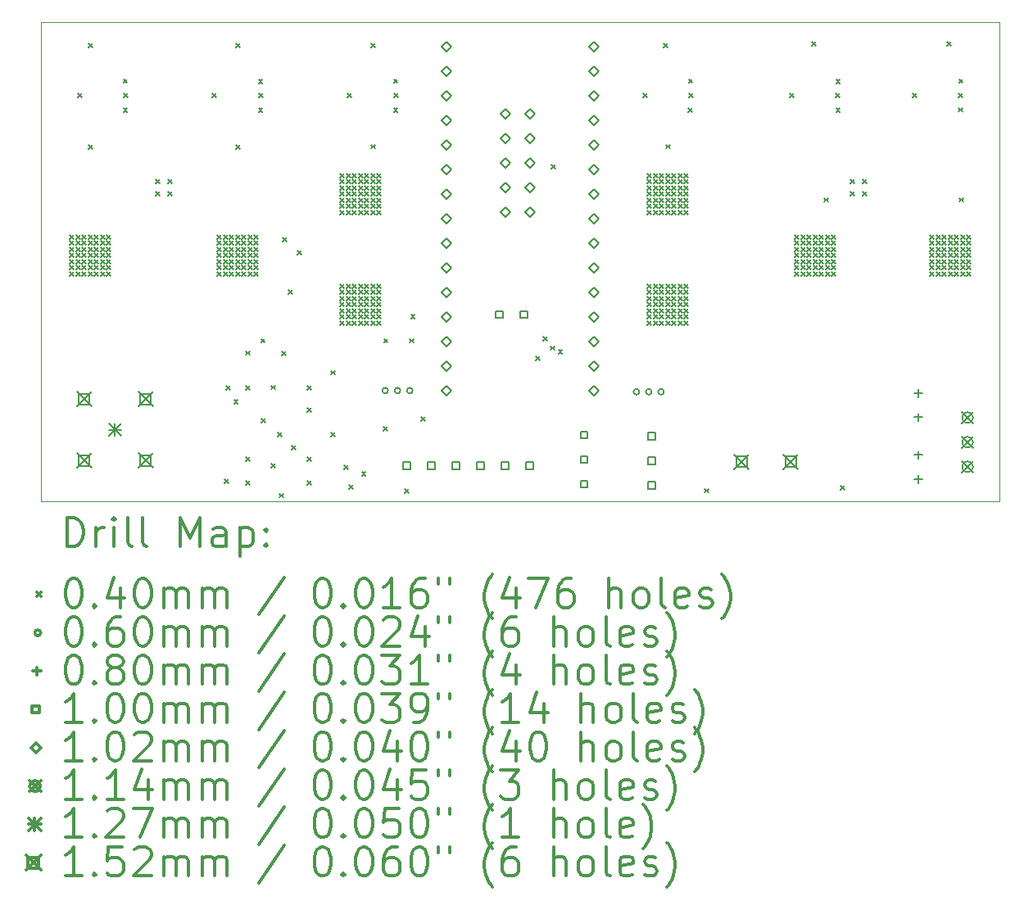
<source format=gbr>
%FSLAX45Y45*%
G04 Gerber Fmt 4.5, Leading zero omitted, Abs format (unit mm)*
G04 Created by KiCad (PCBNEW 4.0.4+e1-6308~48~ubuntu14.04.1-stable) date Sun Sep  4 20:51:31 2016*
%MOMM*%
%LPD*%
G01*
G04 APERTURE LIST*
%ADD10C,0.127000*%
%ADD11C,0.100000*%
%ADD12C,0.200000*%
%ADD13C,0.300000*%
G04 APERTURE END LIST*
D10*
D11*
X7366000Y-11430000D02*
X7366000Y-6477000D01*
X17272000Y-11430000D02*
X7366000Y-11430000D01*
X17272000Y-6477000D02*
X17272000Y-11430000D01*
X7366000Y-6477000D02*
X17272000Y-6477000D01*
D12*
X7663500Y-8679500D02*
X7703500Y-8719500D01*
X7703500Y-8679500D02*
X7663500Y-8719500D01*
X7663500Y-8743000D02*
X7703500Y-8783000D01*
X7703500Y-8743000D02*
X7663500Y-8783000D01*
X7663500Y-8806500D02*
X7703500Y-8846500D01*
X7703500Y-8806500D02*
X7663500Y-8846500D01*
X7663500Y-8870000D02*
X7703500Y-8910000D01*
X7703500Y-8870000D02*
X7663500Y-8910000D01*
X7663500Y-8933500D02*
X7703500Y-8973500D01*
X7703500Y-8933500D02*
X7663500Y-8973500D01*
X7663500Y-8997000D02*
X7703500Y-9037000D01*
X7703500Y-8997000D02*
X7663500Y-9037000D01*
X7663500Y-9060500D02*
X7703500Y-9100500D01*
X7703500Y-9060500D02*
X7663500Y-9100500D01*
X7727000Y-8679500D02*
X7767000Y-8719500D01*
X7767000Y-8679500D02*
X7727000Y-8719500D01*
X7727000Y-8743000D02*
X7767000Y-8783000D01*
X7767000Y-8743000D02*
X7727000Y-8783000D01*
X7727000Y-8806500D02*
X7767000Y-8846500D01*
X7767000Y-8806500D02*
X7727000Y-8846500D01*
X7727000Y-8870000D02*
X7767000Y-8910000D01*
X7767000Y-8870000D02*
X7727000Y-8910000D01*
X7727000Y-8933500D02*
X7767000Y-8973500D01*
X7767000Y-8933500D02*
X7727000Y-8973500D01*
X7727000Y-8997000D02*
X7767000Y-9037000D01*
X7767000Y-8997000D02*
X7727000Y-9037000D01*
X7727000Y-9060500D02*
X7767000Y-9100500D01*
X7767000Y-9060500D02*
X7727000Y-9100500D01*
X7745796Y-7219000D02*
X7785796Y-7259000D01*
X7785796Y-7219000D02*
X7745796Y-7259000D01*
X7790500Y-8679500D02*
X7830500Y-8719500D01*
X7830500Y-8679500D02*
X7790500Y-8719500D01*
X7790500Y-8743000D02*
X7830500Y-8783000D01*
X7830500Y-8743000D02*
X7790500Y-8783000D01*
X7790500Y-8806500D02*
X7830500Y-8846500D01*
X7830500Y-8806500D02*
X7790500Y-8846500D01*
X7790500Y-8870000D02*
X7830500Y-8910000D01*
X7830500Y-8870000D02*
X7790500Y-8910000D01*
X7790500Y-8933500D02*
X7830500Y-8973500D01*
X7830500Y-8933500D02*
X7790500Y-8973500D01*
X7790500Y-8997000D02*
X7830500Y-9037000D01*
X7830500Y-8997000D02*
X7790500Y-9037000D01*
X7790500Y-9060500D02*
X7830500Y-9100500D01*
X7830500Y-9060500D02*
X7790500Y-9100500D01*
X7854000Y-6698300D02*
X7894000Y-6738300D01*
X7894000Y-6698300D02*
X7854000Y-6738300D01*
X7854000Y-7752400D02*
X7894000Y-7792400D01*
X7894000Y-7752400D02*
X7854000Y-7792400D01*
X7854000Y-8679500D02*
X7894000Y-8719500D01*
X7894000Y-8679500D02*
X7854000Y-8719500D01*
X7854000Y-8743000D02*
X7894000Y-8783000D01*
X7894000Y-8743000D02*
X7854000Y-8783000D01*
X7854000Y-8806500D02*
X7894000Y-8846500D01*
X7894000Y-8806500D02*
X7854000Y-8846500D01*
X7854000Y-8870000D02*
X7894000Y-8910000D01*
X7894000Y-8870000D02*
X7854000Y-8910000D01*
X7854000Y-8933500D02*
X7894000Y-8973500D01*
X7894000Y-8933500D02*
X7854000Y-8973500D01*
X7854000Y-8997000D02*
X7894000Y-9037000D01*
X7894000Y-8997000D02*
X7854000Y-9037000D01*
X7854000Y-9060500D02*
X7894000Y-9100500D01*
X7894000Y-9060500D02*
X7854000Y-9100500D01*
X7917500Y-8679500D02*
X7957500Y-8719500D01*
X7957500Y-8679500D02*
X7917500Y-8719500D01*
X7917500Y-8743000D02*
X7957500Y-8783000D01*
X7957500Y-8743000D02*
X7917500Y-8783000D01*
X7917500Y-8806500D02*
X7957500Y-8846500D01*
X7957500Y-8806500D02*
X7917500Y-8846500D01*
X7917500Y-8870000D02*
X7957500Y-8910000D01*
X7957500Y-8870000D02*
X7917500Y-8910000D01*
X7917500Y-8933500D02*
X7957500Y-8973500D01*
X7957500Y-8933500D02*
X7917500Y-8973500D01*
X7917500Y-8997000D02*
X7957500Y-9037000D01*
X7957500Y-8997000D02*
X7917500Y-9037000D01*
X7917500Y-9060500D02*
X7957500Y-9100500D01*
X7957500Y-9060500D02*
X7917500Y-9100500D01*
X7981000Y-8679500D02*
X8021000Y-8719500D01*
X8021000Y-8679500D02*
X7981000Y-8719500D01*
X7981000Y-8743000D02*
X8021000Y-8783000D01*
X8021000Y-8743000D02*
X7981000Y-8783000D01*
X7981000Y-8806500D02*
X8021000Y-8846500D01*
X8021000Y-8806500D02*
X7981000Y-8846500D01*
X7981000Y-8870000D02*
X8021000Y-8910000D01*
X8021000Y-8870000D02*
X7981000Y-8910000D01*
X7981000Y-8933500D02*
X8021000Y-8973500D01*
X8021000Y-8933500D02*
X7981000Y-8973500D01*
X7981000Y-8997000D02*
X8021000Y-9037000D01*
X8021000Y-8997000D02*
X7981000Y-9037000D01*
X7981000Y-9060500D02*
X8021000Y-9100500D01*
X8021000Y-9060500D02*
X7981000Y-9100500D01*
X8044500Y-8679500D02*
X8084500Y-8719500D01*
X8084500Y-8679500D02*
X8044500Y-8719500D01*
X8044500Y-8743000D02*
X8084500Y-8783000D01*
X8084500Y-8743000D02*
X8044500Y-8783000D01*
X8044500Y-8806500D02*
X8084500Y-8846500D01*
X8084500Y-8806500D02*
X8044500Y-8846500D01*
X8044500Y-8870000D02*
X8084500Y-8910000D01*
X8084500Y-8870000D02*
X8044500Y-8910000D01*
X8044500Y-8933500D02*
X8084500Y-8973500D01*
X8084500Y-8933500D02*
X8044500Y-8973500D01*
X8044500Y-8997000D02*
X8084500Y-9037000D01*
X8084500Y-8997000D02*
X8044500Y-9037000D01*
X8044500Y-9060500D02*
X8084500Y-9100500D01*
X8084500Y-9060500D02*
X8044500Y-9100500D01*
X8215950Y-7371400D02*
X8255950Y-7411400D01*
X8255950Y-7371400D02*
X8215950Y-7411400D01*
X8216204Y-7068886D02*
X8256204Y-7108886D01*
X8256204Y-7068886D02*
X8216204Y-7108886D01*
X8222300Y-7219000D02*
X8262300Y-7259000D01*
X8262300Y-7219000D02*
X8222300Y-7259000D01*
X8552500Y-8108000D02*
X8592500Y-8148000D01*
X8592500Y-8108000D02*
X8552500Y-8148000D01*
X8552500Y-8235000D02*
X8592500Y-8275000D01*
X8592500Y-8235000D02*
X8552500Y-8275000D01*
X8679500Y-8108000D02*
X8719500Y-8148000D01*
X8719500Y-8108000D02*
X8679500Y-8148000D01*
X8679500Y-8235000D02*
X8719500Y-8275000D01*
X8719500Y-8235000D02*
X8679500Y-8275000D01*
X9136700Y-7219000D02*
X9176700Y-7259000D01*
X9176700Y-7219000D02*
X9136700Y-7259000D01*
X9187500Y-8679500D02*
X9227500Y-8719500D01*
X9227500Y-8679500D02*
X9187500Y-8719500D01*
X9187500Y-8743000D02*
X9227500Y-8783000D01*
X9227500Y-8743000D02*
X9187500Y-8783000D01*
X9187500Y-8806500D02*
X9227500Y-8846500D01*
X9227500Y-8806500D02*
X9187500Y-8846500D01*
X9187500Y-8870000D02*
X9227500Y-8910000D01*
X9227500Y-8870000D02*
X9187500Y-8910000D01*
X9187500Y-8933500D02*
X9227500Y-8973500D01*
X9227500Y-8933500D02*
X9187500Y-8973500D01*
X9187500Y-8997000D02*
X9227500Y-9037000D01*
X9227500Y-8997000D02*
X9187500Y-9037000D01*
X9187500Y-9060500D02*
X9227500Y-9100500D01*
X9227500Y-9060500D02*
X9187500Y-9100500D01*
X9251000Y-8679500D02*
X9291000Y-8719500D01*
X9291000Y-8679500D02*
X9251000Y-8719500D01*
X9251000Y-8743000D02*
X9291000Y-8783000D01*
X9291000Y-8743000D02*
X9251000Y-8783000D01*
X9251000Y-8806500D02*
X9291000Y-8846500D01*
X9291000Y-8806500D02*
X9251000Y-8846500D01*
X9251000Y-8870000D02*
X9291000Y-8910000D01*
X9291000Y-8870000D02*
X9251000Y-8910000D01*
X9251000Y-8933500D02*
X9291000Y-8973500D01*
X9291000Y-8933500D02*
X9251000Y-8973500D01*
X9251000Y-8997000D02*
X9291000Y-9037000D01*
X9291000Y-8997000D02*
X9251000Y-9037000D01*
X9251000Y-9060500D02*
X9291000Y-9100500D01*
X9291000Y-9060500D02*
X9251000Y-9100500D01*
X9263700Y-11206800D02*
X9303700Y-11246800D01*
X9303700Y-11206800D02*
X9263700Y-11246800D01*
X9276400Y-10241600D02*
X9316400Y-10281600D01*
X9316400Y-10241600D02*
X9276400Y-10281600D01*
X9314500Y-8679500D02*
X9354500Y-8719500D01*
X9354500Y-8679500D02*
X9314500Y-8719500D01*
X9314500Y-8743000D02*
X9354500Y-8783000D01*
X9354500Y-8743000D02*
X9314500Y-8783000D01*
X9314500Y-8806500D02*
X9354500Y-8846500D01*
X9354500Y-8806500D02*
X9314500Y-8846500D01*
X9314500Y-8870000D02*
X9354500Y-8910000D01*
X9354500Y-8870000D02*
X9314500Y-8910000D01*
X9314500Y-8933500D02*
X9354500Y-8973500D01*
X9354500Y-8933500D02*
X9314500Y-8973500D01*
X9314500Y-8997000D02*
X9354500Y-9037000D01*
X9354500Y-8997000D02*
X9314500Y-9037000D01*
X9314500Y-9060500D02*
X9354500Y-9100500D01*
X9354500Y-9060500D02*
X9314500Y-9100500D01*
X9358950Y-10381300D02*
X9398950Y-10421300D01*
X9398950Y-10381300D02*
X9358950Y-10421300D01*
X9378000Y-6698300D02*
X9418000Y-6738300D01*
X9418000Y-6698300D02*
X9378000Y-6738300D01*
X9378000Y-7752400D02*
X9418000Y-7792400D01*
X9418000Y-7752400D02*
X9378000Y-7792400D01*
X9378000Y-8679500D02*
X9418000Y-8719500D01*
X9418000Y-8679500D02*
X9378000Y-8719500D01*
X9378000Y-8743000D02*
X9418000Y-8783000D01*
X9418000Y-8743000D02*
X9378000Y-8783000D01*
X9378000Y-8806500D02*
X9418000Y-8846500D01*
X9418000Y-8806500D02*
X9378000Y-8846500D01*
X9378000Y-8870000D02*
X9418000Y-8910000D01*
X9418000Y-8870000D02*
X9378000Y-8910000D01*
X9378000Y-8933500D02*
X9418000Y-8973500D01*
X9418000Y-8933500D02*
X9378000Y-8973500D01*
X9378000Y-8997000D02*
X9418000Y-9037000D01*
X9418000Y-8997000D02*
X9378000Y-9037000D01*
X9378000Y-9060500D02*
X9418000Y-9100500D01*
X9418000Y-9060500D02*
X9378000Y-9100500D01*
X9441500Y-8679500D02*
X9481500Y-8719500D01*
X9481500Y-8679500D02*
X9441500Y-8719500D01*
X9441500Y-8743000D02*
X9481500Y-8783000D01*
X9481500Y-8743000D02*
X9441500Y-8783000D01*
X9441500Y-8806500D02*
X9481500Y-8846500D01*
X9481500Y-8806500D02*
X9441500Y-8846500D01*
X9441500Y-8870000D02*
X9481500Y-8910000D01*
X9481500Y-8870000D02*
X9441500Y-8910000D01*
X9441500Y-8933500D02*
X9481500Y-8973500D01*
X9481500Y-8933500D02*
X9441500Y-8973500D01*
X9441500Y-8997000D02*
X9481500Y-9037000D01*
X9481500Y-8997000D02*
X9441500Y-9037000D01*
X9441500Y-9060500D02*
X9481500Y-9100500D01*
X9481500Y-9060500D02*
X9441500Y-9100500D01*
X9479600Y-9879650D02*
X9519600Y-9919650D01*
X9519600Y-9879650D02*
X9479600Y-9919650D01*
X9479600Y-10241600D02*
X9519600Y-10281600D01*
X9519600Y-10241600D02*
X9479600Y-10281600D01*
X9479600Y-10978200D02*
X9519600Y-11018200D01*
X9519600Y-10978200D02*
X9479600Y-11018200D01*
X9479600Y-11219500D02*
X9519600Y-11259500D01*
X9519600Y-11219500D02*
X9479600Y-11259500D01*
X9505000Y-8679500D02*
X9545000Y-8719500D01*
X9545000Y-8679500D02*
X9505000Y-8719500D01*
X9505000Y-8743000D02*
X9545000Y-8783000D01*
X9545000Y-8743000D02*
X9505000Y-8783000D01*
X9505000Y-8806500D02*
X9545000Y-8846500D01*
X9545000Y-8806500D02*
X9505000Y-8846500D01*
X9505000Y-8870000D02*
X9545000Y-8910000D01*
X9545000Y-8870000D02*
X9505000Y-8910000D01*
X9505000Y-8933500D02*
X9545000Y-8973500D01*
X9545000Y-8933500D02*
X9505000Y-8973500D01*
X9505000Y-8997000D02*
X9545000Y-9037000D01*
X9545000Y-8997000D02*
X9505000Y-9037000D01*
X9505000Y-9060500D02*
X9545000Y-9100500D01*
X9545000Y-9060500D02*
X9505000Y-9100500D01*
X9568500Y-8679500D02*
X9608500Y-8719500D01*
X9608500Y-8679500D02*
X9568500Y-8719500D01*
X9568500Y-8743000D02*
X9608500Y-8783000D01*
X9608500Y-8743000D02*
X9568500Y-8783000D01*
X9568500Y-8806500D02*
X9608500Y-8846500D01*
X9608500Y-8806500D02*
X9568500Y-8846500D01*
X9568500Y-8870000D02*
X9608500Y-8910000D01*
X9608500Y-8870000D02*
X9568500Y-8910000D01*
X9568500Y-8933500D02*
X9608500Y-8973500D01*
X9608500Y-8933500D02*
X9568500Y-8973500D01*
X9568500Y-8997000D02*
X9608500Y-9037000D01*
X9608500Y-8997000D02*
X9568500Y-9037000D01*
X9568500Y-9060500D02*
X9608500Y-9100500D01*
X9608500Y-9060500D02*
X9568500Y-9100500D01*
X9612950Y-7371400D02*
X9652950Y-7411400D01*
X9652950Y-7371400D02*
X9612950Y-7411400D01*
X9613204Y-7074000D02*
X9653204Y-7114000D01*
X9653204Y-7074000D02*
X9613204Y-7114000D01*
X9619300Y-7219000D02*
X9659300Y-7259000D01*
X9659300Y-7219000D02*
X9619300Y-7259000D01*
X9638350Y-9752650D02*
X9678350Y-9792650D01*
X9678350Y-9752650D02*
X9638350Y-9792650D01*
X9644700Y-10578150D02*
X9684700Y-10618150D01*
X9684700Y-10578150D02*
X9644700Y-10618150D01*
X9746300Y-10235250D02*
X9786300Y-10275250D01*
X9786300Y-10235250D02*
X9746300Y-10275250D01*
X9746300Y-11041700D02*
X9786300Y-11081700D01*
X9786300Y-11041700D02*
X9746300Y-11081700D01*
X9809800Y-10724200D02*
X9849800Y-10764200D01*
X9849800Y-10724200D02*
X9809800Y-10764200D01*
X9828850Y-11352850D02*
X9868850Y-11392850D01*
X9868850Y-11352850D02*
X9828850Y-11392850D01*
X9854250Y-9886000D02*
X9894250Y-9926000D01*
X9894250Y-9886000D02*
X9854250Y-9926000D01*
X9860600Y-8704900D02*
X9900600Y-8744900D01*
X9900600Y-8704900D02*
X9860600Y-8744900D01*
X9924100Y-9251000D02*
X9964100Y-9291000D01*
X9964100Y-9251000D02*
X9924100Y-9291000D01*
X9955850Y-10857550D02*
X9995850Y-10897550D01*
X9995850Y-10857550D02*
X9955850Y-10897550D01*
X10013000Y-8844600D02*
X10053000Y-8884600D01*
X10053000Y-8844600D02*
X10013000Y-8884600D01*
X10114600Y-10241600D02*
X10154600Y-10281600D01*
X10154600Y-10241600D02*
X10114600Y-10281600D01*
X10114600Y-10470200D02*
X10154600Y-10510200D01*
X10154600Y-10470200D02*
X10114600Y-10510200D01*
X10114600Y-10978200D02*
X10154600Y-11018200D01*
X10154600Y-10978200D02*
X10114600Y-11018200D01*
X10114600Y-11219500D02*
X10154600Y-11259500D01*
X10154600Y-11219500D02*
X10114600Y-11259500D01*
X10360600Y-10724200D02*
X10400600Y-10764200D01*
X10400600Y-10724200D02*
X10360600Y-10764200D01*
X10362250Y-10082850D02*
X10402250Y-10122850D01*
X10402250Y-10082850D02*
X10362250Y-10122850D01*
X10457500Y-8044500D02*
X10497500Y-8084500D01*
X10497500Y-8044500D02*
X10457500Y-8084500D01*
X10457500Y-8108000D02*
X10497500Y-8148000D01*
X10497500Y-8108000D02*
X10457500Y-8148000D01*
X10457500Y-8171500D02*
X10497500Y-8211500D01*
X10497500Y-8171500D02*
X10457500Y-8211500D01*
X10457500Y-8235000D02*
X10497500Y-8275000D01*
X10497500Y-8235000D02*
X10457500Y-8275000D01*
X10457500Y-8298500D02*
X10497500Y-8338500D01*
X10497500Y-8298500D02*
X10457500Y-8338500D01*
X10457500Y-8362000D02*
X10497500Y-8402000D01*
X10497500Y-8362000D02*
X10457500Y-8402000D01*
X10457500Y-8425500D02*
X10497500Y-8465500D01*
X10497500Y-8425500D02*
X10457500Y-8465500D01*
X10457500Y-9187500D02*
X10497500Y-9227500D01*
X10497500Y-9187500D02*
X10457500Y-9227500D01*
X10457500Y-9251000D02*
X10497500Y-9291000D01*
X10497500Y-9251000D02*
X10457500Y-9291000D01*
X10457500Y-9314500D02*
X10497500Y-9354500D01*
X10497500Y-9314500D02*
X10457500Y-9354500D01*
X10457500Y-9378000D02*
X10497500Y-9418000D01*
X10497500Y-9378000D02*
X10457500Y-9418000D01*
X10457500Y-9441500D02*
X10497500Y-9481500D01*
X10497500Y-9441500D02*
X10457500Y-9481500D01*
X10457500Y-9505000D02*
X10497500Y-9545000D01*
X10497500Y-9505000D02*
X10457500Y-9545000D01*
X10457500Y-9568500D02*
X10497500Y-9608500D01*
X10497500Y-9568500D02*
X10457500Y-9608500D01*
X10495600Y-11060750D02*
X10535600Y-11100750D01*
X10535600Y-11060750D02*
X10495600Y-11100750D01*
X10521000Y-8044500D02*
X10561000Y-8084500D01*
X10561000Y-8044500D02*
X10521000Y-8084500D01*
X10521000Y-8108000D02*
X10561000Y-8148000D01*
X10561000Y-8108000D02*
X10521000Y-8148000D01*
X10521000Y-8171500D02*
X10561000Y-8211500D01*
X10561000Y-8171500D02*
X10521000Y-8211500D01*
X10521000Y-8235000D02*
X10561000Y-8275000D01*
X10561000Y-8235000D02*
X10521000Y-8275000D01*
X10521000Y-8298500D02*
X10561000Y-8338500D01*
X10561000Y-8298500D02*
X10521000Y-8338500D01*
X10521000Y-8362000D02*
X10561000Y-8402000D01*
X10561000Y-8362000D02*
X10521000Y-8402000D01*
X10521000Y-8425500D02*
X10561000Y-8465500D01*
X10561000Y-8425500D02*
X10521000Y-8465500D01*
X10521000Y-9187500D02*
X10561000Y-9227500D01*
X10561000Y-9187500D02*
X10521000Y-9227500D01*
X10521000Y-9251000D02*
X10561000Y-9291000D01*
X10561000Y-9251000D02*
X10521000Y-9291000D01*
X10521000Y-9314500D02*
X10561000Y-9354500D01*
X10561000Y-9314500D02*
X10521000Y-9354500D01*
X10521000Y-9378000D02*
X10561000Y-9418000D01*
X10561000Y-9378000D02*
X10521000Y-9418000D01*
X10521000Y-9441500D02*
X10561000Y-9481500D01*
X10561000Y-9441500D02*
X10521000Y-9481500D01*
X10521000Y-9505000D02*
X10561000Y-9545000D01*
X10561000Y-9505000D02*
X10521000Y-9545000D01*
X10521000Y-9568500D02*
X10561000Y-9608500D01*
X10561000Y-9568500D02*
X10521000Y-9608500D01*
X10533700Y-7219000D02*
X10573700Y-7259000D01*
X10573700Y-7219000D02*
X10533700Y-7259000D01*
X10546400Y-11263950D02*
X10586400Y-11303950D01*
X10586400Y-11263950D02*
X10546400Y-11303950D01*
X10584500Y-8044500D02*
X10624500Y-8084500D01*
X10624500Y-8044500D02*
X10584500Y-8084500D01*
X10584500Y-8108000D02*
X10624500Y-8148000D01*
X10624500Y-8108000D02*
X10584500Y-8148000D01*
X10584500Y-8171500D02*
X10624500Y-8211500D01*
X10624500Y-8171500D02*
X10584500Y-8211500D01*
X10584500Y-8235000D02*
X10624500Y-8275000D01*
X10624500Y-8235000D02*
X10584500Y-8275000D01*
X10584500Y-8298500D02*
X10624500Y-8338500D01*
X10624500Y-8298500D02*
X10584500Y-8338500D01*
X10584500Y-8362000D02*
X10624500Y-8402000D01*
X10624500Y-8362000D02*
X10584500Y-8402000D01*
X10584500Y-8425500D02*
X10624500Y-8465500D01*
X10624500Y-8425500D02*
X10584500Y-8465500D01*
X10584500Y-9187500D02*
X10624500Y-9227500D01*
X10624500Y-9187500D02*
X10584500Y-9227500D01*
X10584500Y-9251000D02*
X10624500Y-9291000D01*
X10624500Y-9251000D02*
X10584500Y-9291000D01*
X10584500Y-9314500D02*
X10624500Y-9354500D01*
X10624500Y-9314500D02*
X10584500Y-9354500D01*
X10584500Y-9378000D02*
X10624500Y-9418000D01*
X10624500Y-9378000D02*
X10584500Y-9418000D01*
X10584500Y-9441500D02*
X10624500Y-9481500D01*
X10624500Y-9441500D02*
X10584500Y-9481500D01*
X10584500Y-9505000D02*
X10624500Y-9545000D01*
X10624500Y-9505000D02*
X10584500Y-9545000D01*
X10584500Y-9568500D02*
X10624500Y-9608500D01*
X10624500Y-9568500D02*
X10584500Y-9608500D01*
X10648000Y-8044500D02*
X10688000Y-8084500D01*
X10688000Y-8044500D02*
X10648000Y-8084500D01*
X10648000Y-8108000D02*
X10688000Y-8148000D01*
X10688000Y-8108000D02*
X10648000Y-8148000D01*
X10648000Y-8171500D02*
X10688000Y-8211500D01*
X10688000Y-8171500D02*
X10648000Y-8211500D01*
X10648000Y-8235000D02*
X10688000Y-8275000D01*
X10688000Y-8235000D02*
X10648000Y-8275000D01*
X10648000Y-8298500D02*
X10688000Y-8338500D01*
X10688000Y-8298500D02*
X10648000Y-8338500D01*
X10648000Y-8362000D02*
X10688000Y-8402000D01*
X10688000Y-8362000D02*
X10648000Y-8402000D01*
X10648000Y-8425500D02*
X10688000Y-8465500D01*
X10688000Y-8425500D02*
X10648000Y-8465500D01*
X10648000Y-9187500D02*
X10688000Y-9227500D01*
X10688000Y-9187500D02*
X10648000Y-9227500D01*
X10648000Y-9251000D02*
X10688000Y-9291000D01*
X10688000Y-9251000D02*
X10648000Y-9291000D01*
X10648000Y-9314500D02*
X10688000Y-9354500D01*
X10688000Y-9314500D02*
X10648000Y-9354500D01*
X10648000Y-9378000D02*
X10688000Y-9418000D01*
X10688000Y-9378000D02*
X10648000Y-9418000D01*
X10648000Y-9441500D02*
X10688000Y-9481500D01*
X10688000Y-9441500D02*
X10648000Y-9481500D01*
X10648000Y-9505000D02*
X10688000Y-9545000D01*
X10688000Y-9505000D02*
X10648000Y-9545000D01*
X10648000Y-9568500D02*
X10688000Y-9608500D01*
X10688000Y-9568500D02*
X10648000Y-9608500D01*
X10679750Y-11130600D02*
X10719750Y-11170600D01*
X10719750Y-11130600D02*
X10679750Y-11170600D01*
X10711500Y-8044500D02*
X10751500Y-8084500D01*
X10751500Y-8044500D02*
X10711500Y-8084500D01*
X10711500Y-8108000D02*
X10751500Y-8148000D01*
X10751500Y-8108000D02*
X10711500Y-8148000D01*
X10711500Y-8171500D02*
X10751500Y-8211500D01*
X10751500Y-8171500D02*
X10711500Y-8211500D01*
X10711500Y-8235000D02*
X10751500Y-8275000D01*
X10751500Y-8235000D02*
X10711500Y-8275000D01*
X10711500Y-8298500D02*
X10751500Y-8338500D01*
X10751500Y-8298500D02*
X10711500Y-8338500D01*
X10711500Y-8362000D02*
X10751500Y-8402000D01*
X10751500Y-8362000D02*
X10711500Y-8402000D01*
X10711500Y-8425500D02*
X10751500Y-8465500D01*
X10751500Y-8425500D02*
X10711500Y-8465500D01*
X10711500Y-9187500D02*
X10751500Y-9227500D01*
X10751500Y-9187500D02*
X10711500Y-9227500D01*
X10711500Y-9251000D02*
X10751500Y-9291000D01*
X10751500Y-9251000D02*
X10711500Y-9291000D01*
X10711500Y-9314500D02*
X10751500Y-9354500D01*
X10751500Y-9314500D02*
X10711500Y-9354500D01*
X10711500Y-9378000D02*
X10751500Y-9418000D01*
X10751500Y-9378000D02*
X10711500Y-9418000D01*
X10711500Y-9441500D02*
X10751500Y-9481500D01*
X10751500Y-9441500D02*
X10711500Y-9481500D01*
X10711500Y-9505000D02*
X10751500Y-9545000D01*
X10751500Y-9505000D02*
X10711500Y-9545000D01*
X10711500Y-9568500D02*
X10751500Y-9608500D01*
X10751500Y-9568500D02*
X10711500Y-9608500D01*
X10775000Y-6698300D02*
X10815000Y-6738300D01*
X10815000Y-6698300D02*
X10775000Y-6738300D01*
X10775000Y-7744018D02*
X10815000Y-7784018D01*
X10815000Y-7744018D02*
X10775000Y-7784018D01*
X10775000Y-8044500D02*
X10815000Y-8084500D01*
X10815000Y-8044500D02*
X10775000Y-8084500D01*
X10775000Y-8108000D02*
X10815000Y-8148000D01*
X10815000Y-8108000D02*
X10775000Y-8148000D01*
X10775000Y-8171500D02*
X10815000Y-8211500D01*
X10815000Y-8171500D02*
X10775000Y-8211500D01*
X10775000Y-8235000D02*
X10815000Y-8275000D01*
X10815000Y-8235000D02*
X10775000Y-8275000D01*
X10775000Y-8298500D02*
X10815000Y-8338500D01*
X10815000Y-8298500D02*
X10775000Y-8338500D01*
X10775000Y-8362000D02*
X10815000Y-8402000D01*
X10815000Y-8362000D02*
X10775000Y-8402000D01*
X10775000Y-8425500D02*
X10815000Y-8465500D01*
X10815000Y-8425500D02*
X10775000Y-8465500D01*
X10775000Y-9187500D02*
X10815000Y-9227500D01*
X10815000Y-9187500D02*
X10775000Y-9227500D01*
X10775000Y-9251000D02*
X10815000Y-9291000D01*
X10815000Y-9251000D02*
X10775000Y-9291000D01*
X10775000Y-9314500D02*
X10815000Y-9354500D01*
X10815000Y-9314500D02*
X10775000Y-9354500D01*
X10775000Y-9378000D02*
X10815000Y-9418000D01*
X10815000Y-9378000D02*
X10775000Y-9418000D01*
X10775000Y-9441500D02*
X10815000Y-9481500D01*
X10815000Y-9441500D02*
X10775000Y-9481500D01*
X10775000Y-9505000D02*
X10815000Y-9545000D01*
X10815000Y-9505000D02*
X10775000Y-9545000D01*
X10775000Y-9568500D02*
X10815000Y-9608500D01*
X10815000Y-9568500D02*
X10775000Y-9608500D01*
X10838500Y-8044500D02*
X10878500Y-8084500D01*
X10878500Y-8044500D02*
X10838500Y-8084500D01*
X10838500Y-8108000D02*
X10878500Y-8148000D01*
X10878500Y-8108000D02*
X10838500Y-8148000D01*
X10838500Y-8171500D02*
X10878500Y-8211500D01*
X10878500Y-8171500D02*
X10838500Y-8211500D01*
X10838500Y-8235000D02*
X10878500Y-8275000D01*
X10878500Y-8235000D02*
X10838500Y-8275000D01*
X10838500Y-8298500D02*
X10878500Y-8338500D01*
X10878500Y-8298500D02*
X10838500Y-8338500D01*
X10838500Y-8362000D02*
X10878500Y-8402000D01*
X10878500Y-8362000D02*
X10838500Y-8402000D01*
X10838500Y-8425500D02*
X10878500Y-8465500D01*
X10878500Y-8425500D02*
X10838500Y-8465500D01*
X10838500Y-9187500D02*
X10878500Y-9227500D01*
X10878500Y-9187500D02*
X10838500Y-9227500D01*
X10838500Y-9251000D02*
X10878500Y-9291000D01*
X10878500Y-9251000D02*
X10838500Y-9291000D01*
X10838500Y-9314500D02*
X10878500Y-9354500D01*
X10878500Y-9314500D02*
X10838500Y-9354500D01*
X10838500Y-9378000D02*
X10878500Y-9418000D01*
X10878500Y-9378000D02*
X10838500Y-9418000D01*
X10838500Y-9441500D02*
X10878500Y-9481500D01*
X10878500Y-9441500D02*
X10838500Y-9481500D01*
X10838500Y-9505000D02*
X10878500Y-9545000D01*
X10878500Y-9505000D02*
X10838500Y-9545000D01*
X10838500Y-9568500D02*
X10878500Y-9608500D01*
X10878500Y-9568500D02*
X10838500Y-9608500D01*
X10902000Y-10660700D02*
X10942000Y-10700700D01*
X10942000Y-10660700D02*
X10902000Y-10700700D01*
X10908350Y-9752650D02*
X10948350Y-9792650D01*
X10948350Y-9752650D02*
X10908350Y-9792650D01*
X11009950Y-7371400D02*
X11049950Y-7411400D01*
X11049950Y-7371400D02*
X11009950Y-7411400D01*
X11010204Y-7068886D02*
X11050204Y-7108886D01*
X11050204Y-7068886D02*
X11010204Y-7108886D01*
X11016300Y-7219000D02*
X11056300Y-7259000D01*
X11056300Y-7219000D02*
X11016300Y-7259000D01*
X11124250Y-11308400D02*
X11164250Y-11348400D01*
X11164250Y-11308400D02*
X11124250Y-11348400D01*
X11175050Y-9752650D02*
X11215050Y-9792650D01*
X11215050Y-9752650D02*
X11175050Y-9792650D01*
X11187750Y-9505000D02*
X11227750Y-9545000D01*
X11227750Y-9505000D02*
X11187750Y-9545000D01*
X11295700Y-10559100D02*
X11335700Y-10599100D01*
X11335700Y-10559100D02*
X11295700Y-10599100D01*
X12476800Y-9936800D02*
X12516800Y-9976800D01*
X12516800Y-9936800D02*
X12476800Y-9976800D01*
X12553000Y-9733600D02*
X12593000Y-9773600D01*
X12593000Y-9733600D02*
X12553000Y-9773600D01*
X12629200Y-9828850D02*
X12669200Y-9868850D01*
X12669200Y-9828850D02*
X12629200Y-9868850D01*
X12641900Y-7955600D02*
X12681900Y-7995600D01*
X12681900Y-7955600D02*
X12641900Y-7995600D01*
X12711750Y-9866950D02*
X12751750Y-9906950D01*
X12751750Y-9866950D02*
X12711750Y-9906950D01*
X13587796Y-7219000D02*
X13627796Y-7259000D01*
X13627796Y-7219000D02*
X13587796Y-7259000D01*
X13632500Y-8044500D02*
X13672500Y-8084500D01*
X13672500Y-8044500D02*
X13632500Y-8084500D01*
X13632500Y-8108000D02*
X13672500Y-8148000D01*
X13672500Y-8108000D02*
X13632500Y-8148000D01*
X13632500Y-8171500D02*
X13672500Y-8211500D01*
X13672500Y-8171500D02*
X13632500Y-8211500D01*
X13632500Y-8235000D02*
X13672500Y-8275000D01*
X13672500Y-8235000D02*
X13632500Y-8275000D01*
X13632500Y-8298500D02*
X13672500Y-8338500D01*
X13672500Y-8298500D02*
X13632500Y-8338500D01*
X13632500Y-8362000D02*
X13672500Y-8402000D01*
X13672500Y-8362000D02*
X13632500Y-8402000D01*
X13632500Y-8425500D02*
X13672500Y-8465500D01*
X13672500Y-8425500D02*
X13632500Y-8465500D01*
X13632500Y-9187500D02*
X13672500Y-9227500D01*
X13672500Y-9187500D02*
X13632500Y-9227500D01*
X13632500Y-9251000D02*
X13672500Y-9291000D01*
X13672500Y-9251000D02*
X13632500Y-9291000D01*
X13632500Y-9314500D02*
X13672500Y-9354500D01*
X13672500Y-9314500D02*
X13632500Y-9354500D01*
X13632500Y-9378000D02*
X13672500Y-9418000D01*
X13672500Y-9378000D02*
X13632500Y-9418000D01*
X13632500Y-9441500D02*
X13672500Y-9481500D01*
X13672500Y-9441500D02*
X13632500Y-9481500D01*
X13632500Y-9505000D02*
X13672500Y-9545000D01*
X13672500Y-9505000D02*
X13632500Y-9545000D01*
X13632500Y-9568500D02*
X13672500Y-9608500D01*
X13672500Y-9568500D02*
X13632500Y-9608500D01*
X13696000Y-8044500D02*
X13736000Y-8084500D01*
X13736000Y-8044500D02*
X13696000Y-8084500D01*
X13696000Y-8108000D02*
X13736000Y-8148000D01*
X13736000Y-8108000D02*
X13696000Y-8148000D01*
X13696000Y-8171500D02*
X13736000Y-8211500D01*
X13736000Y-8171500D02*
X13696000Y-8211500D01*
X13696000Y-8235000D02*
X13736000Y-8275000D01*
X13736000Y-8235000D02*
X13696000Y-8275000D01*
X13696000Y-8298500D02*
X13736000Y-8338500D01*
X13736000Y-8298500D02*
X13696000Y-8338500D01*
X13696000Y-8362000D02*
X13736000Y-8402000D01*
X13736000Y-8362000D02*
X13696000Y-8402000D01*
X13696000Y-8425500D02*
X13736000Y-8465500D01*
X13736000Y-8425500D02*
X13696000Y-8465500D01*
X13696000Y-9187500D02*
X13736000Y-9227500D01*
X13736000Y-9187500D02*
X13696000Y-9227500D01*
X13696000Y-9251000D02*
X13736000Y-9291000D01*
X13736000Y-9251000D02*
X13696000Y-9291000D01*
X13696000Y-9314500D02*
X13736000Y-9354500D01*
X13736000Y-9314500D02*
X13696000Y-9354500D01*
X13696000Y-9378000D02*
X13736000Y-9418000D01*
X13736000Y-9378000D02*
X13696000Y-9418000D01*
X13696000Y-9441500D02*
X13736000Y-9481500D01*
X13736000Y-9441500D02*
X13696000Y-9481500D01*
X13696000Y-9505000D02*
X13736000Y-9545000D01*
X13736000Y-9505000D02*
X13696000Y-9545000D01*
X13696000Y-9568500D02*
X13736000Y-9608500D01*
X13736000Y-9568500D02*
X13696000Y-9608500D01*
X13759500Y-8044500D02*
X13799500Y-8084500D01*
X13799500Y-8044500D02*
X13759500Y-8084500D01*
X13759500Y-8108000D02*
X13799500Y-8148000D01*
X13799500Y-8108000D02*
X13759500Y-8148000D01*
X13759500Y-8171500D02*
X13799500Y-8211500D01*
X13799500Y-8171500D02*
X13759500Y-8211500D01*
X13759500Y-8235000D02*
X13799500Y-8275000D01*
X13799500Y-8235000D02*
X13759500Y-8275000D01*
X13759500Y-8298500D02*
X13799500Y-8338500D01*
X13799500Y-8298500D02*
X13759500Y-8338500D01*
X13759500Y-8362000D02*
X13799500Y-8402000D01*
X13799500Y-8362000D02*
X13759500Y-8402000D01*
X13759500Y-8425500D02*
X13799500Y-8465500D01*
X13799500Y-8425500D02*
X13759500Y-8465500D01*
X13759500Y-9187500D02*
X13799500Y-9227500D01*
X13799500Y-9187500D02*
X13759500Y-9227500D01*
X13759500Y-9251000D02*
X13799500Y-9291000D01*
X13799500Y-9251000D02*
X13759500Y-9291000D01*
X13759500Y-9314500D02*
X13799500Y-9354500D01*
X13799500Y-9314500D02*
X13759500Y-9354500D01*
X13759500Y-9378000D02*
X13799500Y-9418000D01*
X13799500Y-9378000D02*
X13759500Y-9418000D01*
X13759500Y-9441500D02*
X13799500Y-9481500D01*
X13799500Y-9441500D02*
X13759500Y-9481500D01*
X13759500Y-9505000D02*
X13799500Y-9545000D01*
X13799500Y-9505000D02*
X13759500Y-9545000D01*
X13759500Y-9568500D02*
X13799500Y-9608500D01*
X13799500Y-9568500D02*
X13759500Y-9608500D01*
X13797600Y-6698300D02*
X13837600Y-6738300D01*
X13837600Y-6698300D02*
X13797600Y-6738300D01*
X13823000Y-7744018D02*
X13863000Y-7784018D01*
X13863000Y-7744018D02*
X13823000Y-7784018D01*
X13823000Y-8044500D02*
X13863000Y-8084500D01*
X13863000Y-8044500D02*
X13823000Y-8084500D01*
X13823000Y-8108000D02*
X13863000Y-8148000D01*
X13863000Y-8108000D02*
X13823000Y-8148000D01*
X13823000Y-8171500D02*
X13863000Y-8211500D01*
X13863000Y-8171500D02*
X13823000Y-8211500D01*
X13823000Y-8235000D02*
X13863000Y-8275000D01*
X13863000Y-8235000D02*
X13823000Y-8275000D01*
X13823000Y-8298500D02*
X13863000Y-8338500D01*
X13863000Y-8298500D02*
X13823000Y-8338500D01*
X13823000Y-8362000D02*
X13863000Y-8402000D01*
X13863000Y-8362000D02*
X13823000Y-8402000D01*
X13823000Y-8425500D02*
X13863000Y-8465500D01*
X13863000Y-8425500D02*
X13823000Y-8465500D01*
X13823000Y-9187500D02*
X13863000Y-9227500D01*
X13863000Y-9187500D02*
X13823000Y-9227500D01*
X13823000Y-9251000D02*
X13863000Y-9291000D01*
X13863000Y-9251000D02*
X13823000Y-9291000D01*
X13823000Y-9314500D02*
X13863000Y-9354500D01*
X13863000Y-9314500D02*
X13823000Y-9354500D01*
X13823000Y-9378000D02*
X13863000Y-9418000D01*
X13863000Y-9378000D02*
X13823000Y-9418000D01*
X13823000Y-9441500D02*
X13863000Y-9481500D01*
X13863000Y-9441500D02*
X13823000Y-9481500D01*
X13823000Y-9505000D02*
X13863000Y-9545000D01*
X13863000Y-9505000D02*
X13823000Y-9545000D01*
X13823000Y-9568500D02*
X13863000Y-9608500D01*
X13863000Y-9568500D02*
X13823000Y-9608500D01*
X13886500Y-8044500D02*
X13926500Y-8084500D01*
X13926500Y-8044500D02*
X13886500Y-8084500D01*
X13886500Y-8108000D02*
X13926500Y-8148000D01*
X13926500Y-8108000D02*
X13886500Y-8148000D01*
X13886500Y-8171500D02*
X13926500Y-8211500D01*
X13926500Y-8171500D02*
X13886500Y-8211500D01*
X13886500Y-8235000D02*
X13926500Y-8275000D01*
X13926500Y-8235000D02*
X13886500Y-8275000D01*
X13886500Y-8298500D02*
X13926500Y-8338500D01*
X13926500Y-8298500D02*
X13886500Y-8338500D01*
X13886500Y-8362000D02*
X13926500Y-8402000D01*
X13926500Y-8362000D02*
X13886500Y-8402000D01*
X13886500Y-8425500D02*
X13926500Y-8465500D01*
X13926500Y-8425500D02*
X13886500Y-8465500D01*
X13886500Y-9187500D02*
X13926500Y-9227500D01*
X13926500Y-9187500D02*
X13886500Y-9227500D01*
X13886500Y-9251000D02*
X13926500Y-9291000D01*
X13926500Y-9251000D02*
X13886500Y-9291000D01*
X13886500Y-9314500D02*
X13926500Y-9354500D01*
X13926500Y-9314500D02*
X13886500Y-9354500D01*
X13886500Y-9378000D02*
X13926500Y-9418000D01*
X13926500Y-9378000D02*
X13886500Y-9418000D01*
X13886500Y-9441500D02*
X13926500Y-9481500D01*
X13926500Y-9441500D02*
X13886500Y-9481500D01*
X13886500Y-9505000D02*
X13926500Y-9545000D01*
X13926500Y-9505000D02*
X13886500Y-9545000D01*
X13886500Y-9568500D02*
X13926500Y-9608500D01*
X13926500Y-9568500D02*
X13886500Y-9608500D01*
X13950000Y-8044500D02*
X13990000Y-8084500D01*
X13990000Y-8044500D02*
X13950000Y-8084500D01*
X13950000Y-8108000D02*
X13990000Y-8148000D01*
X13990000Y-8108000D02*
X13950000Y-8148000D01*
X13950000Y-8171500D02*
X13990000Y-8211500D01*
X13990000Y-8171500D02*
X13950000Y-8211500D01*
X13950000Y-8235000D02*
X13990000Y-8275000D01*
X13990000Y-8235000D02*
X13950000Y-8275000D01*
X13950000Y-8298500D02*
X13990000Y-8338500D01*
X13990000Y-8298500D02*
X13950000Y-8338500D01*
X13950000Y-8362000D02*
X13990000Y-8402000D01*
X13990000Y-8362000D02*
X13950000Y-8402000D01*
X13950000Y-8425500D02*
X13990000Y-8465500D01*
X13990000Y-8425500D02*
X13950000Y-8465500D01*
X13950000Y-9187500D02*
X13990000Y-9227500D01*
X13990000Y-9187500D02*
X13950000Y-9227500D01*
X13950000Y-9251000D02*
X13990000Y-9291000D01*
X13990000Y-9251000D02*
X13950000Y-9291000D01*
X13950000Y-9314500D02*
X13990000Y-9354500D01*
X13990000Y-9314500D02*
X13950000Y-9354500D01*
X13950000Y-9378000D02*
X13990000Y-9418000D01*
X13990000Y-9378000D02*
X13950000Y-9418000D01*
X13950000Y-9441500D02*
X13990000Y-9481500D01*
X13990000Y-9441500D02*
X13950000Y-9481500D01*
X13950000Y-9505000D02*
X13990000Y-9545000D01*
X13990000Y-9505000D02*
X13950000Y-9545000D01*
X13950000Y-9568500D02*
X13990000Y-9608500D01*
X13990000Y-9568500D02*
X13950000Y-9608500D01*
X14013500Y-8044500D02*
X14053500Y-8084500D01*
X14053500Y-8044500D02*
X14013500Y-8084500D01*
X14013500Y-8108000D02*
X14053500Y-8148000D01*
X14053500Y-8108000D02*
X14013500Y-8148000D01*
X14013500Y-8171500D02*
X14053500Y-8211500D01*
X14053500Y-8171500D02*
X14013500Y-8211500D01*
X14013500Y-8235000D02*
X14053500Y-8275000D01*
X14053500Y-8235000D02*
X14013500Y-8275000D01*
X14013500Y-8298500D02*
X14053500Y-8338500D01*
X14053500Y-8298500D02*
X14013500Y-8338500D01*
X14013500Y-8362000D02*
X14053500Y-8402000D01*
X14053500Y-8362000D02*
X14013500Y-8402000D01*
X14013500Y-8425500D02*
X14053500Y-8465500D01*
X14053500Y-8425500D02*
X14013500Y-8465500D01*
X14013500Y-9187500D02*
X14053500Y-9227500D01*
X14053500Y-9187500D02*
X14013500Y-9227500D01*
X14013500Y-9251000D02*
X14053500Y-9291000D01*
X14053500Y-9251000D02*
X14013500Y-9291000D01*
X14013500Y-9314500D02*
X14053500Y-9354500D01*
X14053500Y-9314500D02*
X14013500Y-9354500D01*
X14013500Y-9378000D02*
X14053500Y-9418000D01*
X14053500Y-9378000D02*
X14013500Y-9418000D01*
X14013500Y-9441500D02*
X14053500Y-9481500D01*
X14053500Y-9441500D02*
X14013500Y-9481500D01*
X14013500Y-9505000D02*
X14053500Y-9545000D01*
X14053500Y-9505000D02*
X14013500Y-9545000D01*
X14013500Y-9568500D02*
X14053500Y-9608500D01*
X14053500Y-9568500D02*
X14013500Y-9608500D01*
X14051600Y-7371400D02*
X14091600Y-7411400D01*
X14091600Y-7371400D02*
X14051600Y-7411400D01*
X14058204Y-7068886D02*
X14098204Y-7108886D01*
X14098204Y-7068886D02*
X14058204Y-7108886D01*
X14064300Y-7219000D02*
X14104300Y-7259000D01*
X14104300Y-7219000D02*
X14064300Y-7259000D01*
X14223050Y-11302050D02*
X14263050Y-11342050D01*
X14263050Y-11302050D02*
X14223050Y-11342050D01*
X15105700Y-7219000D02*
X15145700Y-7259000D01*
X15145700Y-7219000D02*
X15105700Y-7259000D01*
X15156500Y-8679500D02*
X15196500Y-8719500D01*
X15196500Y-8679500D02*
X15156500Y-8719500D01*
X15156500Y-8743000D02*
X15196500Y-8783000D01*
X15196500Y-8743000D02*
X15156500Y-8783000D01*
X15156500Y-8806500D02*
X15196500Y-8846500D01*
X15196500Y-8806500D02*
X15156500Y-8846500D01*
X15156500Y-8870000D02*
X15196500Y-8910000D01*
X15196500Y-8870000D02*
X15156500Y-8910000D01*
X15156500Y-8933500D02*
X15196500Y-8973500D01*
X15196500Y-8933500D02*
X15156500Y-8973500D01*
X15156500Y-8997000D02*
X15196500Y-9037000D01*
X15196500Y-8997000D02*
X15156500Y-9037000D01*
X15156500Y-9060500D02*
X15196500Y-9100500D01*
X15196500Y-9060500D02*
X15156500Y-9100500D01*
X15220000Y-8679500D02*
X15260000Y-8719500D01*
X15260000Y-8679500D02*
X15220000Y-8719500D01*
X15220000Y-8743000D02*
X15260000Y-8783000D01*
X15260000Y-8743000D02*
X15220000Y-8783000D01*
X15220000Y-8806500D02*
X15260000Y-8846500D01*
X15260000Y-8806500D02*
X15220000Y-8846500D01*
X15220000Y-8870000D02*
X15260000Y-8910000D01*
X15260000Y-8870000D02*
X15220000Y-8910000D01*
X15220000Y-8933500D02*
X15260000Y-8973500D01*
X15260000Y-8933500D02*
X15220000Y-8973500D01*
X15220000Y-8997000D02*
X15260000Y-9037000D01*
X15260000Y-8997000D02*
X15220000Y-9037000D01*
X15220000Y-9060500D02*
X15260000Y-9100500D01*
X15260000Y-9060500D02*
X15220000Y-9100500D01*
X15283500Y-8679500D02*
X15323500Y-8719500D01*
X15323500Y-8679500D02*
X15283500Y-8719500D01*
X15283500Y-8743000D02*
X15323500Y-8783000D01*
X15323500Y-8743000D02*
X15283500Y-8783000D01*
X15283500Y-8806500D02*
X15323500Y-8846500D01*
X15323500Y-8806500D02*
X15283500Y-8846500D01*
X15283500Y-8870000D02*
X15323500Y-8910000D01*
X15323500Y-8870000D02*
X15283500Y-8910000D01*
X15283500Y-8933500D02*
X15323500Y-8973500D01*
X15323500Y-8933500D02*
X15283500Y-8973500D01*
X15283500Y-8997000D02*
X15323500Y-9037000D01*
X15323500Y-8997000D02*
X15283500Y-9037000D01*
X15283500Y-9060500D02*
X15323500Y-9100500D01*
X15323500Y-9060500D02*
X15283500Y-9100500D01*
X15334300Y-6685600D02*
X15374300Y-6725600D01*
X15374300Y-6685600D02*
X15334300Y-6725600D01*
X15347000Y-8679500D02*
X15387000Y-8719500D01*
X15387000Y-8679500D02*
X15347000Y-8719500D01*
X15347000Y-8743000D02*
X15387000Y-8783000D01*
X15387000Y-8743000D02*
X15347000Y-8783000D01*
X15347000Y-8806500D02*
X15387000Y-8846500D01*
X15387000Y-8806500D02*
X15347000Y-8846500D01*
X15347000Y-8870000D02*
X15387000Y-8910000D01*
X15387000Y-8870000D02*
X15347000Y-8910000D01*
X15347000Y-8933500D02*
X15387000Y-8973500D01*
X15387000Y-8933500D02*
X15347000Y-8973500D01*
X15347000Y-8997000D02*
X15387000Y-9037000D01*
X15387000Y-8997000D02*
X15347000Y-9037000D01*
X15347000Y-9060500D02*
X15387000Y-9100500D01*
X15387000Y-9060500D02*
X15347000Y-9100500D01*
X15410500Y-8679500D02*
X15450500Y-8719500D01*
X15450500Y-8679500D02*
X15410500Y-8719500D01*
X15410500Y-8743000D02*
X15450500Y-8783000D01*
X15450500Y-8743000D02*
X15410500Y-8783000D01*
X15410500Y-8806500D02*
X15450500Y-8846500D01*
X15450500Y-8806500D02*
X15410500Y-8846500D01*
X15410500Y-8870000D02*
X15450500Y-8910000D01*
X15450500Y-8870000D02*
X15410500Y-8910000D01*
X15410500Y-8933500D02*
X15450500Y-8973500D01*
X15450500Y-8933500D02*
X15410500Y-8973500D01*
X15410500Y-8997000D02*
X15450500Y-9037000D01*
X15450500Y-8997000D02*
X15410500Y-9037000D01*
X15410500Y-9060500D02*
X15450500Y-9100500D01*
X15450500Y-9060500D02*
X15410500Y-9100500D01*
X15459268Y-8295198D02*
X15499268Y-8335198D01*
X15499268Y-8295198D02*
X15459268Y-8335198D01*
X15474000Y-8679500D02*
X15514000Y-8719500D01*
X15514000Y-8679500D02*
X15474000Y-8719500D01*
X15474000Y-8743000D02*
X15514000Y-8783000D01*
X15514000Y-8743000D02*
X15474000Y-8783000D01*
X15474000Y-8806500D02*
X15514000Y-8846500D01*
X15514000Y-8806500D02*
X15474000Y-8846500D01*
X15474000Y-8870000D02*
X15514000Y-8910000D01*
X15514000Y-8870000D02*
X15474000Y-8910000D01*
X15474000Y-8933500D02*
X15514000Y-8973500D01*
X15514000Y-8933500D02*
X15474000Y-8973500D01*
X15474000Y-8997000D02*
X15514000Y-9037000D01*
X15514000Y-8997000D02*
X15474000Y-9037000D01*
X15474000Y-9060500D02*
X15514000Y-9100500D01*
X15514000Y-9060500D02*
X15474000Y-9100500D01*
X15537500Y-8679500D02*
X15577500Y-8719500D01*
X15577500Y-8679500D02*
X15537500Y-8719500D01*
X15537500Y-8743000D02*
X15577500Y-8783000D01*
X15577500Y-8743000D02*
X15537500Y-8783000D01*
X15537500Y-8806500D02*
X15577500Y-8846500D01*
X15577500Y-8806500D02*
X15537500Y-8846500D01*
X15537500Y-8870000D02*
X15577500Y-8910000D01*
X15577500Y-8870000D02*
X15537500Y-8910000D01*
X15537500Y-8933500D02*
X15577500Y-8973500D01*
X15577500Y-8933500D02*
X15537500Y-8973500D01*
X15537500Y-8997000D02*
X15577500Y-9037000D01*
X15577500Y-8997000D02*
X15537500Y-9037000D01*
X15537500Y-9060500D02*
X15577500Y-9100500D01*
X15577500Y-9060500D02*
X15537500Y-9100500D01*
X15575600Y-7219000D02*
X15615600Y-7259000D01*
X15615600Y-7219000D02*
X15575600Y-7259000D01*
X15581950Y-7371400D02*
X15621950Y-7411400D01*
X15621950Y-7371400D02*
X15581950Y-7411400D01*
X15582204Y-7074000D02*
X15622204Y-7114000D01*
X15622204Y-7074000D02*
X15582204Y-7114000D01*
X15626400Y-11270300D02*
X15666400Y-11310300D01*
X15666400Y-11270300D02*
X15626400Y-11310300D01*
X15728000Y-8108000D02*
X15768000Y-8148000D01*
X15768000Y-8108000D02*
X15728000Y-8148000D01*
X15728000Y-8235000D02*
X15768000Y-8275000D01*
X15768000Y-8235000D02*
X15728000Y-8275000D01*
X15855000Y-8108000D02*
X15895000Y-8148000D01*
X15895000Y-8108000D02*
X15855000Y-8148000D01*
X15855000Y-8235000D02*
X15895000Y-8275000D01*
X15895000Y-8235000D02*
X15855000Y-8275000D01*
X16375700Y-7219000D02*
X16415700Y-7259000D01*
X16415700Y-7219000D02*
X16375700Y-7259000D01*
X16553500Y-8679500D02*
X16593500Y-8719500D01*
X16593500Y-8679500D02*
X16553500Y-8719500D01*
X16553500Y-8743000D02*
X16593500Y-8783000D01*
X16593500Y-8743000D02*
X16553500Y-8783000D01*
X16553500Y-8806500D02*
X16593500Y-8846500D01*
X16593500Y-8806500D02*
X16553500Y-8846500D01*
X16553500Y-8870000D02*
X16593500Y-8910000D01*
X16593500Y-8870000D02*
X16553500Y-8910000D01*
X16553500Y-8933500D02*
X16593500Y-8973500D01*
X16593500Y-8933500D02*
X16553500Y-8973500D01*
X16553500Y-8997000D02*
X16593500Y-9037000D01*
X16593500Y-8997000D02*
X16553500Y-9037000D01*
X16553500Y-9060500D02*
X16593500Y-9100500D01*
X16593500Y-9060500D02*
X16553500Y-9100500D01*
X16617000Y-8679500D02*
X16657000Y-8719500D01*
X16657000Y-8679500D02*
X16617000Y-8719500D01*
X16617000Y-8743000D02*
X16657000Y-8783000D01*
X16657000Y-8743000D02*
X16617000Y-8783000D01*
X16617000Y-8806500D02*
X16657000Y-8846500D01*
X16657000Y-8806500D02*
X16617000Y-8846500D01*
X16617000Y-8870000D02*
X16657000Y-8910000D01*
X16657000Y-8870000D02*
X16617000Y-8910000D01*
X16617000Y-8933500D02*
X16657000Y-8973500D01*
X16657000Y-8933500D02*
X16617000Y-8973500D01*
X16617000Y-8997000D02*
X16657000Y-9037000D01*
X16657000Y-8997000D02*
X16617000Y-9037000D01*
X16617000Y-9060500D02*
X16657000Y-9100500D01*
X16657000Y-9060500D02*
X16617000Y-9100500D01*
X16680500Y-8679500D02*
X16720500Y-8719500D01*
X16720500Y-8679500D02*
X16680500Y-8719500D01*
X16680500Y-8743000D02*
X16720500Y-8783000D01*
X16720500Y-8743000D02*
X16680500Y-8783000D01*
X16680500Y-8806500D02*
X16720500Y-8846500D01*
X16720500Y-8806500D02*
X16680500Y-8846500D01*
X16680500Y-8870000D02*
X16720500Y-8910000D01*
X16720500Y-8870000D02*
X16680500Y-8910000D01*
X16680500Y-8933500D02*
X16720500Y-8973500D01*
X16720500Y-8933500D02*
X16680500Y-8973500D01*
X16680500Y-8997000D02*
X16720500Y-9037000D01*
X16720500Y-8997000D02*
X16680500Y-9037000D01*
X16680500Y-9060500D02*
X16720500Y-9100500D01*
X16720500Y-9060500D02*
X16680500Y-9100500D01*
X16731300Y-6685600D02*
X16771300Y-6725600D01*
X16771300Y-6685600D02*
X16731300Y-6725600D01*
X16744000Y-8679500D02*
X16784000Y-8719500D01*
X16784000Y-8679500D02*
X16744000Y-8719500D01*
X16744000Y-8743000D02*
X16784000Y-8783000D01*
X16784000Y-8743000D02*
X16744000Y-8783000D01*
X16744000Y-8806500D02*
X16784000Y-8846500D01*
X16784000Y-8806500D02*
X16744000Y-8846500D01*
X16744000Y-8870000D02*
X16784000Y-8910000D01*
X16784000Y-8870000D02*
X16744000Y-8910000D01*
X16744000Y-8933500D02*
X16784000Y-8973500D01*
X16784000Y-8933500D02*
X16744000Y-8973500D01*
X16744000Y-8997000D02*
X16784000Y-9037000D01*
X16784000Y-8997000D02*
X16744000Y-9037000D01*
X16744000Y-9060500D02*
X16784000Y-9100500D01*
X16784000Y-9060500D02*
X16744000Y-9100500D01*
X16807500Y-8679500D02*
X16847500Y-8719500D01*
X16847500Y-8679500D02*
X16807500Y-8719500D01*
X16807500Y-8743000D02*
X16847500Y-8783000D01*
X16847500Y-8743000D02*
X16807500Y-8783000D01*
X16807500Y-8806500D02*
X16847500Y-8846500D01*
X16847500Y-8806500D02*
X16807500Y-8846500D01*
X16807500Y-8870000D02*
X16847500Y-8910000D01*
X16847500Y-8870000D02*
X16807500Y-8910000D01*
X16807500Y-8933500D02*
X16847500Y-8973500D01*
X16847500Y-8933500D02*
X16807500Y-8973500D01*
X16807500Y-8997000D02*
X16847500Y-9037000D01*
X16847500Y-8997000D02*
X16807500Y-9037000D01*
X16807500Y-9060500D02*
X16847500Y-9100500D01*
X16847500Y-9060500D02*
X16807500Y-9100500D01*
X16845600Y-7219000D02*
X16885600Y-7259000D01*
X16885600Y-7219000D02*
X16845600Y-7259000D01*
X16845600Y-7365050D02*
X16885600Y-7405050D01*
X16885600Y-7365050D02*
X16845600Y-7405050D01*
X16852204Y-7068886D02*
X16892204Y-7108886D01*
X16892204Y-7068886D02*
X16852204Y-7108886D01*
X16856268Y-8295198D02*
X16896268Y-8335198D01*
X16896268Y-8295198D02*
X16856268Y-8335198D01*
X16871000Y-8679500D02*
X16911000Y-8719500D01*
X16911000Y-8679500D02*
X16871000Y-8719500D01*
X16871000Y-8743000D02*
X16911000Y-8783000D01*
X16911000Y-8743000D02*
X16871000Y-8783000D01*
X16871000Y-8806500D02*
X16911000Y-8846500D01*
X16911000Y-8806500D02*
X16871000Y-8846500D01*
X16871000Y-8870000D02*
X16911000Y-8910000D01*
X16911000Y-8870000D02*
X16871000Y-8910000D01*
X16871000Y-8933500D02*
X16911000Y-8973500D01*
X16911000Y-8933500D02*
X16871000Y-8973500D01*
X16871000Y-8997000D02*
X16911000Y-9037000D01*
X16911000Y-8997000D02*
X16871000Y-9037000D01*
X16871000Y-9060500D02*
X16911000Y-9100500D01*
X16911000Y-9060500D02*
X16871000Y-9100500D01*
X16934500Y-8679500D02*
X16974500Y-8719500D01*
X16974500Y-8679500D02*
X16934500Y-8719500D01*
X16934500Y-8743000D02*
X16974500Y-8783000D01*
X16974500Y-8743000D02*
X16934500Y-8783000D01*
X16934500Y-8806500D02*
X16974500Y-8846500D01*
X16974500Y-8806500D02*
X16934500Y-8846500D01*
X16934500Y-8870000D02*
X16974500Y-8910000D01*
X16974500Y-8870000D02*
X16934500Y-8910000D01*
X16934500Y-8933500D02*
X16974500Y-8973500D01*
X16974500Y-8933500D02*
X16934500Y-8973500D01*
X16934500Y-8997000D02*
X16974500Y-9037000D01*
X16974500Y-8997000D02*
X16934500Y-9037000D01*
X16934500Y-9060500D02*
X16974500Y-9100500D01*
X16974500Y-9060500D02*
X16934500Y-9100500D01*
X10952000Y-10287000D02*
G75*
G03X10952000Y-10287000I-30000J0D01*
G01*
X11079000Y-10287000D02*
G75*
G03X11079000Y-10287000I-30000J0D01*
G01*
X11206000Y-10287000D02*
G75*
G03X11206000Y-10287000I-30000J0D01*
G01*
X13549150Y-10299700D02*
G75*
G03X13549150Y-10299700I-30000J0D01*
G01*
X13676150Y-10299700D02*
G75*
G03X13676150Y-10299700I-30000J0D01*
G01*
X13803150Y-10299700D02*
G75*
G03X13803150Y-10299700I-30000J0D01*
G01*
X16433800Y-10272400D02*
X16433800Y-10352400D01*
X16393800Y-10312400D02*
X16473800Y-10312400D01*
X16433800Y-10522400D02*
X16433800Y-10602400D01*
X16393800Y-10562400D02*
X16473800Y-10562400D01*
X16433800Y-10911400D02*
X16433800Y-10991400D01*
X16393800Y-10951400D02*
X16473800Y-10951400D01*
X16433800Y-11161400D02*
X16433800Y-11241400D01*
X16393800Y-11201400D02*
X16473800Y-11201400D01*
X11179543Y-11096993D02*
X11179543Y-11026407D01*
X11108957Y-11026407D01*
X11108957Y-11096993D01*
X11179543Y-11096993D01*
X11433543Y-11096993D02*
X11433543Y-11026407D01*
X11362957Y-11026407D01*
X11362957Y-11096993D01*
X11433543Y-11096993D01*
X11687543Y-11096993D02*
X11687543Y-11026407D01*
X11616957Y-11026407D01*
X11616957Y-11096993D01*
X11687543Y-11096993D01*
X11941543Y-11096993D02*
X11941543Y-11026407D01*
X11870957Y-11026407D01*
X11870957Y-11096993D01*
X11941543Y-11096993D01*
X12138393Y-9534893D02*
X12138393Y-9464307D01*
X12067807Y-9464307D01*
X12067807Y-9534893D01*
X12138393Y-9534893D01*
X12195543Y-11096993D02*
X12195543Y-11026407D01*
X12124957Y-11026407D01*
X12124957Y-11096993D01*
X12195543Y-11096993D01*
X12392393Y-9534893D02*
X12392393Y-9464307D01*
X12321807Y-9464307D01*
X12321807Y-9534893D01*
X12392393Y-9534893D01*
X12449543Y-11096993D02*
X12449543Y-11026407D01*
X12378957Y-11026407D01*
X12378957Y-11096993D01*
X12449543Y-11096993D01*
X13014693Y-10779493D02*
X13014693Y-10708907D01*
X12944107Y-10708907D01*
X12944107Y-10779493D01*
X13014693Y-10779493D01*
X13014693Y-11033493D02*
X13014693Y-10962907D01*
X12944107Y-10962907D01*
X12944107Y-11033493D01*
X13014693Y-11033493D01*
X13014693Y-11287493D02*
X13014693Y-11216907D01*
X12944107Y-11216907D01*
X12944107Y-11287493D01*
X13014693Y-11287493D01*
X13713193Y-10792193D02*
X13713193Y-10721607D01*
X13642607Y-10721607D01*
X13642607Y-10792193D01*
X13713193Y-10792193D01*
X13713193Y-11046193D02*
X13713193Y-10975607D01*
X13642607Y-10975607D01*
X13642607Y-11046193D01*
X13713193Y-11046193D01*
X13713193Y-11300193D02*
X13713193Y-11229607D01*
X13642607Y-11229607D01*
X13642607Y-11300193D01*
X13713193Y-11300193D01*
X11557000Y-6781800D02*
X11607800Y-6731000D01*
X11557000Y-6680200D01*
X11506200Y-6731000D01*
X11557000Y-6781800D01*
X11557000Y-7035800D02*
X11607800Y-6985000D01*
X11557000Y-6934200D01*
X11506200Y-6985000D01*
X11557000Y-7035800D01*
X11557000Y-7289800D02*
X11607800Y-7239000D01*
X11557000Y-7188200D01*
X11506200Y-7239000D01*
X11557000Y-7289800D01*
X11557000Y-7543800D02*
X11607800Y-7493000D01*
X11557000Y-7442200D01*
X11506200Y-7493000D01*
X11557000Y-7543800D01*
X11557000Y-7797800D02*
X11607800Y-7747000D01*
X11557000Y-7696200D01*
X11506200Y-7747000D01*
X11557000Y-7797800D01*
X11557000Y-8051800D02*
X11607800Y-8001000D01*
X11557000Y-7950200D01*
X11506200Y-8001000D01*
X11557000Y-8051800D01*
X11557000Y-8305800D02*
X11607800Y-8255000D01*
X11557000Y-8204200D01*
X11506200Y-8255000D01*
X11557000Y-8305800D01*
X11557000Y-8559800D02*
X11607800Y-8509000D01*
X11557000Y-8458200D01*
X11506200Y-8509000D01*
X11557000Y-8559800D01*
X11557000Y-8813800D02*
X11607800Y-8763000D01*
X11557000Y-8712200D01*
X11506200Y-8763000D01*
X11557000Y-8813800D01*
X11557000Y-9067800D02*
X11607800Y-9017000D01*
X11557000Y-8966200D01*
X11506200Y-9017000D01*
X11557000Y-9067800D01*
X11557000Y-9321800D02*
X11607800Y-9271000D01*
X11557000Y-9220200D01*
X11506200Y-9271000D01*
X11557000Y-9321800D01*
X11557000Y-9575800D02*
X11607800Y-9525000D01*
X11557000Y-9474200D01*
X11506200Y-9525000D01*
X11557000Y-9575800D01*
X11557000Y-9829800D02*
X11607800Y-9779000D01*
X11557000Y-9728200D01*
X11506200Y-9779000D01*
X11557000Y-9829800D01*
X11557000Y-10083800D02*
X11607800Y-10033000D01*
X11557000Y-9982200D01*
X11506200Y-10033000D01*
X11557000Y-10083800D01*
X11557000Y-10337800D02*
X11607800Y-10287000D01*
X11557000Y-10236200D01*
X11506200Y-10287000D01*
X11557000Y-10337800D01*
X12166600Y-7480300D02*
X12217400Y-7429500D01*
X12166600Y-7378700D01*
X12115800Y-7429500D01*
X12166600Y-7480300D01*
X12166600Y-7734300D02*
X12217400Y-7683500D01*
X12166600Y-7632700D01*
X12115800Y-7683500D01*
X12166600Y-7734300D01*
X12166600Y-7988300D02*
X12217400Y-7937500D01*
X12166600Y-7886700D01*
X12115800Y-7937500D01*
X12166600Y-7988300D01*
X12166600Y-8242300D02*
X12217400Y-8191500D01*
X12166600Y-8140700D01*
X12115800Y-8191500D01*
X12166600Y-8242300D01*
X12166600Y-8496300D02*
X12217400Y-8445500D01*
X12166600Y-8394700D01*
X12115800Y-8445500D01*
X12166600Y-8496300D01*
X12420600Y-7480300D02*
X12471400Y-7429500D01*
X12420600Y-7378700D01*
X12369800Y-7429500D01*
X12420600Y-7480300D01*
X12420600Y-7734300D02*
X12471400Y-7683500D01*
X12420600Y-7632700D01*
X12369800Y-7683500D01*
X12420600Y-7734300D01*
X12420600Y-7988300D02*
X12471400Y-7937500D01*
X12420600Y-7886700D01*
X12369800Y-7937500D01*
X12420600Y-7988300D01*
X12420600Y-8242300D02*
X12471400Y-8191500D01*
X12420600Y-8140700D01*
X12369800Y-8191500D01*
X12420600Y-8242300D01*
X12420600Y-8496300D02*
X12471400Y-8445500D01*
X12420600Y-8394700D01*
X12369800Y-8445500D01*
X12420600Y-8496300D01*
X13081000Y-6781800D02*
X13131800Y-6731000D01*
X13081000Y-6680200D01*
X13030200Y-6731000D01*
X13081000Y-6781800D01*
X13081000Y-7035800D02*
X13131800Y-6985000D01*
X13081000Y-6934200D01*
X13030200Y-6985000D01*
X13081000Y-7035800D01*
X13081000Y-7289800D02*
X13131800Y-7239000D01*
X13081000Y-7188200D01*
X13030200Y-7239000D01*
X13081000Y-7289800D01*
X13081000Y-7543800D02*
X13131800Y-7493000D01*
X13081000Y-7442200D01*
X13030200Y-7493000D01*
X13081000Y-7543800D01*
X13081000Y-7797800D02*
X13131800Y-7747000D01*
X13081000Y-7696200D01*
X13030200Y-7747000D01*
X13081000Y-7797800D01*
X13081000Y-8051800D02*
X13131800Y-8001000D01*
X13081000Y-7950200D01*
X13030200Y-8001000D01*
X13081000Y-8051800D01*
X13081000Y-8305800D02*
X13131800Y-8255000D01*
X13081000Y-8204200D01*
X13030200Y-8255000D01*
X13081000Y-8305800D01*
X13081000Y-8559800D02*
X13131800Y-8509000D01*
X13081000Y-8458200D01*
X13030200Y-8509000D01*
X13081000Y-8559800D01*
X13081000Y-8813800D02*
X13131800Y-8763000D01*
X13081000Y-8712200D01*
X13030200Y-8763000D01*
X13081000Y-8813800D01*
X13081000Y-9067800D02*
X13131800Y-9017000D01*
X13081000Y-8966200D01*
X13030200Y-9017000D01*
X13081000Y-9067800D01*
X13081000Y-9321800D02*
X13131800Y-9271000D01*
X13081000Y-9220200D01*
X13030200Y-9271000D01*
X13081000Y-9321800D01*
X13081000Y-9575800D02*
X13131800Y-9525000D01*
X13081000Y-9474200D01*
X13030200Y-9525000D01*
X13081000Y-9575800D01*
X13081000Y-9829800D02*
X13131800Y-9779000D01*
X13081000Y-9728200D01*
X13030200Y-9779000D01*
X13081000Y-9829800D01*
X13081000Y-10083800D02*
X13131800Y-10033000D01*
X13081000Y-9982200D01*
X13030200Y-10033000D01*
X13081000Y-10083800D01*
X13081000Y-10337800D02*
X13131800Y-10287000D01*
X13081000Y-10236200D01*
X13030200Y-10287000D01*
X13081000Y-10337800D01*
X16884650Y-10509250D02*
X16998950Y-10623550D01*
X16998950Y-10509250D02*
X16884650Y-10623550D01*
X16998950Y-10566400D02*
G75*
G03X16998950Y-10566400I-57150J0D01*
G01*
X16884650Y-10763250D02*
X16998950Y-10877550D01*
X16998950Y-10763250D02*
X16884650Y-10877550D01*
X16998950Y-10820400D02*
G75*
G03X16998950Y-10820400I-57150J0D01*
G01*
X16884650Y-11017250D02*
X16998950Y-11131550D01*
X16998950Y-11017250D02*
X16884650Y-11131550D01*
X16998950Y-11074400D02*
G75*
G03X16998950Y-11074400I-57150J0D01*
G01*
X8064500Y-10629900D02*
X8191500Y-10756900D01*
X8191500Y-10629900D02*
X8064500Y-10756900D01*
X8128000Y-10629900D02*
X8128000Y-10756900D01*
X8064500Y-10693400D02*
X8191500Y-10693400D01*
X7734300Y-10299700D02*
X7886700Y-10452100D01*
X7886700Y-10299700D02*
X7734300Y-10452100D01*
X7864382Y-10429782D02*
X7864382Y-10322018D01*
X7756618Y-10322018D01*
X7756618Y-10429782D01*
X7864382Y-10429782D01*
X7734300Y-10934700D02*
X7886700Y-11087100D01*
X7886700Y-10934700D02*
X7734300Y-11087100D01*
X7864382Y-11064782D02*
X7864382Y-10957018D01*
X7756618Y-10957018D01*
X7756618Y-11064782D01*
X7864382Y-11064782D01*
X8369300Y-10299700D02*
X8521700Y-10452100D01*
X8521700Y-10299700D02*
X8369300Y-10452100D01*
X8499382Y-10429782D02*
X8499382Y-10322018D01*
X8391618Y-10322018D01*
X8391618Y-10429782D01*
X8499382Y-10429782D01*
X8369300Y-10934700D02*
X8521700Y-11087100D01*
X8521700Y-10934700D02*
X8369300Y-11087100D01*
X8499382Y-11064782D02*
X8499382Y-10957018D01*
X8391618Y-10957018D01*
X8391618Y-11064782D01*
X8499382Y-11064782D01*
X14528800Y-10947400D02*
X14681200Y-11099800D01*
X14681200Y-10947400D02*
X14528800Y-11099800D01*
X14658882Y-11077482D02*
X14658882Y-10969718D01*
X14551118Y-10969718D01*
X14551118Y-11077482D01*
X14658882Y-11077482D01*
X15036800Y-10947400D02*
X15189200Y-11099800D01*
X15189200Y-10947400D02*
X15036800Y-11099800D01*
X15166882Y-11077482D02*
X15166882Y-10969718D01*
X15059118Y-10969718D01*
X15059118Y-11077482D01*
X15166882Y-11077482D01*
D13*
X7632428Y-11900714D02*
X7632428Y-11600714D01*
X7703857Y-11600714D01*
X7746714Y-11615000D01*
X7775286Y-11643571D01*
X7789571Y-11672143D01*
X7803857Y-11729286D01*
X7803857Y-11772143D01*
X7789571Y-11829286D01*
X7775286Y-11857857D01*
X7746714Y-11886429D01*
X7703857Y-11900714D01*
X7632428Y-11900714D01*
X7932428Y-11900714D02*
X7932428Y-11700714D01*
X7932428Y-11757857D02*
X7946714Y-11729286D01*
X7961000Y-11715000D01*
X7989571Y-11700714D01*
X8018143Y-11700714D01*
X8118143Y-11900714D02*
X8118143Y-11700714D01*
X8118143Y-11600714D02*
X8103857Y-11615000D01*
X8118143Y-11629286D01*
X8132428Y-11615000D01*
X8118143Y-11600714D01*
X8118143Y-11629286D01*
X8303857Y-11900714D02*
X8275286Y-11886429D01*
X8261000Y-11857857D01*
X8261000Y-11600714D01*
X8461000Y-11900714D02*
X8432429Y-11886429D01*
X8418143Y-11857857D01*
X8418143Y-11600714D01*
X8803857Y-11900714D02*
X8803857Y-11600714D01*
X8903857Y-11815000D01*
X9003857Y-11600714D01*
X9003857Y-11900714D01*
X9275286Y-11900714D02*
X9275286Y-11743571D01*
X9261000Y-11715000D01*
X9232429Y-11700714D01*
X9175286Y-11700714D01*
X9146714Y-11715000D01*
X9275286Y-11886429D02*
X9246714Y-11900714D01*
X9175286Y-11900714D01*
X9146714Y-11886429D01*
X9132429Y-11857857D01*
X9132429Y-11829286D01*
X9146714Y-11800714D01*
X9175286Y-11786429D01*
X9246714Y-11786429D01*
X9275286Y-11772143D01*
X9418143Y-11700714D02*
X9418143Y-12000714D01*
X9418143Y-11715000D02*
X9446714Y-11700714D01*
X9503857Y-11700714D01*
X9532429Y-11715000D01*
X9546714Y-11729286D01*
X9561000Y-11757857D01*
X9561000Y-11843571D01*
X9546714Y-11872143D01*
X9532429Y-11886429D01*
X9503857Y-11900714D01*
X9446714Y-11900714D01*
X9418143Y-11886429D01*
X9689571Y-11872143D02*
X9703857Y-11886429D01*
X9689571Y-11900714D01*
X9675286Y-11886429D01*
X9689571Y-11872143D01*
X9689571Y-11900714D01*
X9689571Y-11715000D02*
X9703857Y-11729286D01*
X9689571Y-11743571D01*
X9675286Y-11729286D01*
X9689571Y-11715000D01*
X9689571Y-11743571D01*
X7321000Y-12375000D02*
X7361000Y-12415000D01*
X7361000Y-12375000D02*
X7321000Y-12415000D01*
X7689571Y-12230714D02*
X7718143Y-12230714D01*
X7746714Y-12245000D01*
X7761000Y-12259286D01*
X7775286Y-12287857D01*
X7789571Y-12345000D01*
X7789571Y-12416429D01*
X7775286Y-12473571D01*
X7761000Y-12502143D01*
X7746714Y-12516429D01*
X7718143Y-12530714D01*
X7689571Y-12530714D01*
X7661000Y-12516429D01*
X7646714Y-12502143D01*
X7632428Y-12473571D01*
X7618143Y-12416429D01*
X7618143Y-12345000D01*
X7632428Y-12287857D01*
X7646714Y-12259286D01*
X7661000Y-12245000D01*
X7689571Y-12230714D01*
X7918143Y-12502143D02*
X7932428Y-12516429D01*
X7918143Y-12530714D01*
X7903857Y-12516429D01*
X7918143Y-12502143D01*
X7918143Y-12530714D01*
X8189571Y-12330714D02*
X8189571Y-12530714D01*
X8118143Y-12216429D02*
X8046714Y-12430714D01*
X8232428Y-12430714D01*
X8403857Y-12230714D02*
X8432429Y-12230714D01*
X8461000Y-12245000D01*
X8475286Y-12259286D01*
X8489571Y-12287857D01*
X8503857Y-12345000D01*
X8503857Y-12416429D01*
X8489571Y-12473571D01*
X8475286Y-12502143D01*
X8461000Y-12516429D01*
X8432429Y-12530714D01*
X8403857Y-12530714D01*
X8375286Y-12516429D01*
X8361000Y-12502143D01*
X8346714Y-12473571D01*
X8332428Y-12416429D01*
X8332428Y-12345000D01*
X8346714Y-12287857D01*
X8361000Y-12259286D01*
X8375286Y-12245000D01*
X8403857Y-12230714D01*
X8632429Y-12530714D02*
X8632429Y-12330714D01*
X8632429Y-12359286D02*
X8646714Y-12345000D01*
X8675286Y-12330714D01*
X8718143Y-12330714D01*
X8746714Y-12345000D01*
X8761000Y-12373571D01*
X8761000Y-12530714D01*
X8761000Y-12373571D02*
X8775286Y-12345000D01*
X8803857Y-12330714D01*
X8846714Y-12330714D01*
X8875286Y-12345000D01*
X8889571Y-12373571D01*
X8889571Y-12530714D01*
X9032429Y-12530714D02*
X9032429Y-12330714D01*
X9032429Y-12359286D02*
X9046714Y-12345000D01*
X9075286Y-12330714D01*
X9118143Y-12330714D01*
X9146714Y-12345000D01*
X9161000Y-12373571D01*
X9161000Y-12530714D01*
X9161000Y-12373571D02*
X9175286Y-12345000D01*
X9203857Y-12330714D01*
X9246714Y-12330714D01*
X9275286Y-12345000D01*
X9289571Y-12373571D01*
X9289571Y-12530714D01*
X9875286Y-12216429D02*
X9618143Y-12602143D01*
X10261000Y-12230714D02*
X10289571Y-12230714D01*
X10318143Y-12245000D01*
X10332428Y-12259286D01*
X10346714Y-12287857D01*
X10361000Y-12345000D01*
X10361000Y-12416429D01*
X10346714Y-12473571D01*
X10332428Y-12502143D01*
X10318143Y-12516429D01*
X10289571Y-12530714D01*
X10261000Y-12530714D01*
X10232428Y-12516429D01*
X10218143Y-12502143D01*
X10203857Y-12473571D01*
X10189571Y-12416429D01*
X10189571Y-12345000D01*
X10203857Y-12287857D01*
X10218143Y-12259286D01*
X10232428Y-12245000D01*
X10261000Y-12230714D01*
X10489571Y-12502143D02*
X10503857Y-12516429D01*
X10489571Y-12530714D01*
X10475286Y-12516429D01*
X10489571Y-12502143D01*
X10489571Y-12530714D01*
X10689571Y-12230714D02*
X10718143Y-12230714D01*
X10746714Y-12245000D01*
X10761000Y-12259286D01*
X10775286Y-12287857D01*
X10789571Y-12345000D01*
X10789571Y-12416429D01*
X10775286Y-12473571D01*
X10761000Y-12502143D01*
X10746714Y-12516429D01*
X10718143Y-12530714D01*
X10689571Y-12530714D01*
X10661000Y-12516429D01*
X10646714Y-12502143D01*
X10632428Y-12473571D01*
X10618143Y-12416429D01*
X10618143Y-12345000D01*
X10632428Y-12287857D01*
X10646714Y-12259286D01*
X10661000Y-12245000D01*
X10689571Y-12230714D01*
X11075286Y-12530714D02*
X10903857Y-12530714D01*
X10989571Y-12530714D02*
X10989571Y-12230714D01*
X10961000Y-12273571D01*
X10932428Y-12302143D01*
X10903857Y-12316429D01*
X11332428Y-12230714D02*
X11275285Y-12230714D01*
X11246714Y-12245000D01*
X11232428Y-12259286D01*
X11203857Y-12302143D01*
X11189571Y-12359286D01*
X11189571Y-12473571D01*
X11203857Y-12502143D01*
X11218143Y-12516429D01*
X11246714Y-12530714D01*
X11303857Y-12530714D01*
X11332428Y-12516429D01*
X11346714Y-12502143D01*
X11361000Y-12473571D01*
X11361000Y-12402143D01*
X11346714Y-12373571D01*
X11332428Y-12359286D01*
X11303857Y-12345000D01*
X11246714Y-12345000D01*
X11218143Y-12359286D01*
X11203857Y-12373571D01*
X11189571Y-12402143D01*
X11475286Y-12230714D02*
X11475286Y-12287857D01*
X11589571Y-12230714D02*
X11589571Y-12287857D01*
X12032428Y-12645000D02*
X12018143Y-12630714D01*
X11989571Y-12587857D01*
X11975285Y-12559286D01*
X11961000Y-12516429D01*
X11946714Y-12445000D01*
X11946714Y-12387857D01*
X11961000Y-12316429D01*
X11975285Y-12273571D01*
X11989571Y-12245000D01*
X12018143Y-12202143D01*
X12032428Y-12187857D01*
X12275285Y-12330714D02*
X12275285Y-12530714D01*
X12203857Y-12216429D02*
X12132428Y-12430714D01*
X12318143Y-12430714D01*
X12403857Y-12230714D02*
X12603857Y-12230714D01*
X12475285Y-12530714D01*
X12846714Y-12230714D02*
X12789571Y-12230714D01*
X12761000Y-12245000D01*
X12746714Y-12259286D01*
X12718143Y-12302143D01*
X12703857Y-12359286D01*
X12703857Y-12473571D01*
X12718143Y-12502143D01*
X12732428Y-12516429D01*
X12761000Y-12530714D01*
X12818143Y-12530714D01*
X12846714Y-12516429D01*
X12861000Y-12502143D01*
X12875285Y-12473571D01*
X12875285Y-12402143D01*
X12861000Y-12373571D01*
X12846714Y-12359286D01*
X12818143Y-12345000D01*
X12761000Y-12345000D01*
X12732428Y-12359286D01*
X12718143Y-12373571D01*
X12703857Y-12402143D01*
X13232428Y-12530714D02*
X13232428Y-12230714D01*
X13361000Y-12530714D02*
X13361000Y-12373571D01*
X13346714Y-12345000D01*
X13318143Y-12330714D01*
X13275285Y-12330714D01*
X13246714Y-12345000D01*
X13232428Y-12359286D01*
X13546714Y-12530714D02*
X13518143Y-12516429D01*
X13503857Y-12502143D01*
X13489571Y-12473571D01*
X13489571Y-12387857D01*
X13503857Y-12359286D01*
X13518143Y-12345000D01*
X13546714Y-12330714D01*
X13589571Y-12330714D01*
X13618143Y-12345000D01*
X13632428Y-12359286D01*
X13646714Y-12387857D01*
X13646714Y-12473571D01*
X13632428Y-12502143D01*
X13618143Y-12516429D01*
X13589571Y-12530714D01*
X13546714Y-12530714D01*
X13818143Y-12530714D02*
X13789571Y-12516429D01*
X13775286Y-12487857D01*
X13775286Y-12230714D01*
X14046714Y-12516429D02*
X14018143Y-12530714D01*
X13961000Y-12530714D01*
X13932428Y-12516429D01*
X13918143Y-12487857D01*
X13918143Y-12373571D01*
X13932428Y-12345000D01*
X13961000Y-12330714D01*
X14018143Y-12330714D01*
X14046714Y-12345000D01*
X14061000Y-12373571D01*
X14061000Y-12402143D01*
X13918143Y-12430714D01*
X14175286Y-12516429D02*
X14203857Y-12530714D01*
X14261000Y-12530714D01*
X14289571Y-12516429D01*
X14303857Y-12487857D01*
X14303857Y-12473571D01*
X14289571Y-12445000D01*
X14261000Y-12430714D01*
X14218143Y-12430714D01*
X14189571Y-12416429D01*
X14175286Y-12387857D01*
X14175286Y-12373571D01*
X14189571Y-12345000D01*
X14218143Y-12330714D01*
X14261000Y-12330714D01*
X14289571Y-12345000D01*
X14403857Y-12645000D02*
X14418143Y-12630714D01*
X14446714Y-12587857D01*
X14461000Y-12559286D01*
X14475286Y-12516429D01*
X14489571Y-12445000D01*
X14489571Y-12387857D01*
X14475286Y-12316429D01*
X14461000Y-12273571D01*
X14446714Y-12245000D01*
X14418143Y-12202143D01*
X14403857Y-12187857D01*
X7361000Y-12791000D02*
G75*
G03X7361000Y-12791000I-30000J0D01*
G01*
X7689571Y-12626714D02*
X7718143Y-12626714D01*
X7746714Y-12641000D01*
X7761000Y-12655286D01*
X7775286Y-12683857D01*
X7789571Y-12741000D01*
X7789571Y-12812429D01*
X7775286Y-12869571D01*
X7761000Y-12898143D01*
X7746714Y-12912429D01*
X7718143Y-12926714D01*
X7689571Y-12926714D01*
X7661000Y-12912429D01*
X7646714Y-12898143D01*
X7632428Y-12869571D01*
X7618143Y-12812429D01*
X7618143Y-12741000D01*
X7632428Y-12683857D01*
X7646714Y-12655286D01*
X7661000Y-12641000D01*
X7689571Y-12626714D01*
X7918143Y-12898143D02*
X7932428Y-12912429D01*
X7918143Y-12926714D01*
X7903857Y-12912429D01*
X7918143Y-12898143D01*
X7918143Y-12926714D01*
X8189571Y-12626714D02*
X8132428Y-12626714D01*
X8103857Y-12641000D01*
X8089571Y-12655286D01*
X8061000Y-12698143D01*
X8046714Y-12755286D01*
X8046714Y-12869571D01*
X8061000Y-12898143D01*
X8075286Y-12912429D01*
X8103857Y-12926714D01*
X8161000Y-12926714D01*
X8189571Y-12912429D01*
X8203857Y-12898143D01*
X8218143Y-12869571D01*
X8218143Y-12798143D01*
X8203857Y-12769571D01*
X8189571Y-12755286D01*
X8161000Y-12741000D01*
X8103857Y-12741000D01*
X8075286Y-12755286D01*
X8061000Y-12769571D01*
X8046714Y-12798143D01*
X8403857Y-12626714D02*
X8432429Y-12626714D01*
X8461000Y-12641000D01*
X8475286Y-12655286D01*
X8489571Y-12683857D01*
X8503857Y-12741000D01*
X8503857Y-12812429D01*
X8489571Y-12869571D01*
X8475286Y-12898143D01*
X8461000Y-12912429D01*
X8432429Y-12926714D01*
X8403857Y-12926714D01*
X8375286Y-12912429D01*
X8361000Y-12898143D01*
X8346714Y-12869571D01*
X8332428Y-12812429D01*
X8332428Y-12741000D01*
X8346714Y-12683857D01*
X8361000Y-12655286D01*
X8375286Y-12641000D01*
X8403857Y-12626714D01*
X8632429Y-12926714D02*
X8632429Y-12726714D01*
X8632429Y-12755286D02*
X8646714Y-12741000D01*
X8675286Y-12726714D01*
X8718143Y-12726714D01*
X8746714Y-12741000D01*
X8761000Y-12769571D01*
X8761000Y-12926714D01*
X8761000Y-12769571D02*
X8775286Y-12741000D01*
X8803857Y-12726714D01*
X8846714Y-12726714D01*
X8875286Y-12741000D01*
X8889571Y-12769571D01*
X8889571Y-12926714D01*
X9032429Y-12926714D02*
X9032429Y-12726714D01*
X9032429Y-12755286D02*
X9046714Y-12741000D01*
X9075286Y-12726714D01*
X9118143Y-12726714D01*
X9146714Y-12741000D01*
X9161000Y-12769571D01*
X9161000Y-12926714D01*
X9161000Y-12769571D02*
X9175286Y-12741000D01*
X9203857Y-12726714D01*
X9246714Y-12726714D01*
X9275286Y-12741000D01*
X9289571Y-12769571D01*
X9289571Y-12926714D01*
X9875286Y-12612429D02*
X9618143Y-12998143D01*
X10261000Y-12626714D02*
X10289571Y-12626714D01*
X10318143Y-12641000D01*
X10332428Y-12655286D01*
X10346714Y-12683857D01*
X10361000Y-12741000D01*
X10361000Y-12812429D01*
X10346714Y-12869571D01*
X10332428Y-12898143D01*
X10318143Y-12912429D01*
X10289571Y-12926714D01*
X10261000Y-12926714D01*
X10232428Y-12912429D01*
X10218143Y-12898143D01*
X10203857Y-12869571D01*
X10189571Y-12812429D01*
X10189571Y-12741000D01*
X10203857Y-12683857D01*
X10218143Y-12655286D01*
X10232428Y-12641000D01*
X10261000Y-12626714D01*
X10489571Y-12898143D02*
X10503857Y-12912429D01*
X10489571Y-12926714D01*
X10475286Y-12912429D01*
X10489571Y-12898143D01*
X10489571Y-12926714D01*
X10689571Y-12626714D02*
X10718143Y-12626714D01*
X10746714Y-12641000D01*
X10761000Y-12655286D01*
X10775286Y-12683857D01*
X10789571Y-12741000D01*
X10789571Y-12812429D01*
X10775286Y-12869571D01*
X10761000Y-12898143D01*
X10746714Y-12912429D01*
X10718143Y-12926714D01*
X10689571Y-12926714D01*
X10661000Y-12912429D01*
X10646714Y-12898143D01*
X10632428Y-12869571D01*
X10618143Y-12812429D01*
X10618143Y-12741000D01*
X10632428Y-12683857D01*
X10646714Y-12655286D01*
X10661000Y-12641000D01*
X10689571Y-12626714D01*
X10903857Y-12655286D02*
X10918143Y-12641000D01*
X10946714Y-12626714D01*
X11018143Y-12626714D01*
X11046714Y-12641000D01*
X11061000Y-12655286D01*
X11075286Y-12683857D01*
X11075286Y-12712429D01*
X11061000Y-12755286D01*
X10889571Y-12926714D01*
X11075286Y-12926714D01*
X11332428Y-12726714D02*
X11332428Y-12926714D01*
X11261000Y-12612429D02*
X11189571Y-12826714D01*
X11375285Y-12826714D01*
X11475286Y-12626714D02*
X11475286Y-12683857D01*
X11589571Y-12626714D02*
X11589571Y-12683857D01*
X12032428Y-13041000D02*
X12018143Y-13026714D01*
X11989571Y-12983857D01*
X11975285Y-12955286D01*
X11961000Y-12912429D01*
X11946714Y-12841000D01*
X11946714Y-12783857D01*
X11961000Y-12712429D01*
X11975285Y-12669571D01*
X11989571Y-12641000D01*
X12018143Y-12598143D01*
X12032428Y-12583857D01*
X12275285Y-12626714D02*
X12218143Y-12626714D01*
X12189571Y-12641000D01*
X12175285Y-12655286D01*
X12146714Y-12698143D01*
X12132428Y-12755286D01*
X12132428Y-12869571D01*
X12146714Y-12898143D01*
X12161000Y-12912429D01*
X12189571Y-12926714D01*
X12246714Y-12926714D01*
X12275285Y-12912429D01*
X12289571Y-12898143D01*
X12303857Y-12869571D01*
X12303857Y-12798143D01*
X12289571Y-12769571D01*
X12275285Y-12755286D01*
X12246714Y-12741000D01*
X12189571Y-12741000D01*
X12161000Y-12755286D01*
X12146714Y-12769571D01*
X12132428Y-12798143D01*
X12661000Y-12926714D02*
X12661000Y-12626714D01*
X12789571Y-12926714D02*
X12789571Y-12769571D01*
X12775285Y-12741000D01*
X12746714Y-12726714D01*
X12703857Y-12726714D01*
X12675285Y-12741000D01*
X12661000Y-12755286D01*
X12975285Y-12926714D02*
X12946714Y-12912429D01*
X12932428Y-12898143D01*
X12918143Y-12869571D01*
X12918143Y-12783857D01*
X12932428Y-12755286D01*
X12946714Y-12741000D01*
X12975285Y-12726714D01*
X13018143Y-12726714D01*
X13046714Y-12741000D01*
X13061000Y-12755286D01*
X13075285Y-12783857D01*
X13075285Y-12869571D01*
X13061000Y-12898143D01*
X13046714Y-12912429D01*
X13018143Y-12926714D01*
X12975285Y-12926714D01*
X13246714Y-12926714D02*
X13218143Y-12912429D01*
X13203857Y-12883857D01*
X13203857Y-12626714D01*
X13475286Y-12912429D02*
X13446714Y-12926714D01*
X13389571Y-12926714D01*
X13361000Y-12912429D01*
X13346714Y-12883857D01*
X13346714Y-12769571D01*
X13361000Y-12741000D01*
X13389571Y-12726714D01*
X13446714Y-12726714D01*
X13475286Y-12741000D01*
X13489571Y-12769571D01*
X13489571Y-12798143D01*
X13346714Y-12826714D01*
X13603857Y-12912429D02*
X13632428Y-12926714D01*
X13689571Y-12926714D01*
X13718143Y-12912429D01*
X13732428Y-12883857D01*
X13732428Y-12869571D01*
X13718143Y-12841000D01*
X13689571Y-12826714D01*
X13646714Y-12826714D01*
X13618143Y-12812429D01*
X13603857Y-12783857D01*
X13603857Y-12769571D01*
X13618143Y-12741000D01*
X13646714Y-12726714D01*
X13689571Y-12726714D01*
X13718143Y-12741000D01*
X13832428Y-13041000D02*
X13846714Y-13026714D01*
X13875286Y-12983857D01*
X13889571Y-12955286D01*
X13903857Y-12912429D01*
X13918143Y-12841000D01*
X13918143Y-12783857D01*
X13903857Y-12712429D01*
X13889571Y-12669571D01*
X13875286Y-12641000D01*
X13846714Y-12598143D01*
X13832428Y-12583857D01*
X7321000Y-13147000D02*
X7321000Y-13227000D01*
X7281000Y-13187000D02*
X7361000Y-13187000D01*
X7689571Y-13022714D02*
X7718143Y-13022714D01*
X7746714Y-13037000D01*
X7761000Y-13051286D01*
X7775286Y-13079857D01*
X7789571Y-13137000D01*
X7789571Y-13208429D01*
X7775286Y-13265571D01*
X7761000Y-13294143D01*
X7746714Y-13308429D01*
X7718143Y-13322714D01*
X7689571Y-13322714D01*
X7661000Y-13308429D01*
X7646714Y-13294143D01*
X7632428Y-13265571D01*
X7618143Y-13208429D01*
X7618143Y-13137000D01*
X7632428Y-13079857D01*
X7646714Y-13051286D01*
X7661000Y-13037000D01*
X7689571Y-13022714D01*
X7918143Y-13294143D02*
X7932428Y-13308429D01*
X7918143Y-13322714D01*
X7903857Y-13308429D01*
X7918143Y-13294143D01*
X7918143Y-13322714D01*
X8103857Y-13151286D02*
X8075286Y-13137000D01*
X8061000Y-13122714D01*
X8046714Y-13094143D01*
X8046714Y-13079857D01*
X8061000Y-13051286D01*
X8075286Y-13037000D01*
X8103857Y-13022714D01*
X8161000Y-13022714D01*
X8189571Y-13037000D01*
X8203857Y-13051286D01*
X8218143Y-13079857D01*
X8218143Y-13094143D01*
X8203857Y-13122714D01*
X8189571Y-13137000D01*
X8161000Y-13151286D01*
X8103857Y-13151286D01*
X8075286Y-13165571D01*
X8061000Y-13179857D01*
X8046714Y-13208429D01*
X8046714Y-13265571D01*
X8061000Y-13294143D01*
X8075286Y-13308429D01*
X8103857Y-13322714D01*
X8161000Y-13322714D01*
X8189571Y-13308429D01*
X8203857Y-13294143D01*
X8218143Y-13265571D01*
X8218143Y-13208429D01*
X8203857Y-13179857D01*
X8189571Y-13165571D01*
X8161000Y-13151286D01*
X8403857Y-13022714D02*
X8432429Y-13022714D01*
X8461000Y-13037000D01*
X8475286Y-13051286D01*
X8489571Y-13079857D01*
X8503857Y-13137000D01*
X8503857Y-13208429D01*
X8489571Y-13265571D01*
X8475286Y-13294143D01*
X8461000Y-13308429D01*
X8432429Y-13322714D01*
X8403857Y-13322714D01*
X8375286Y-13308429D01*
X8361000Y-13294143D01*
X8346714Y-13265571D01*
X8332428Y-13208429D01*
X8332428Y-13137000D01*
X8346714Y-13079857D01*
X8361000Y-13051286D01*
X8375286Y-13037000D01*
X8403857Y-13022714D01*
X8632429Y-13322714D02*
X8632429Y-13122714D01*
X8632429Y-13151286D02*
X8646714Y-13137000D01*
X8675286Y-13122714D01*
X8718143Y-13122714D01*
X8746714Y-13137000D01*
X8761000Y-13165571D01*
X8761000Y-13322714D01*
X8761000Y-13165571D02*
X8775286Y-13137000D01*
X8803857Y-13122714D01*
X8846714Y-13122714D01*
X8875286Y-13137000D01*
X8889571Y-13165571D01*
X8889571Y-13322714D01*
X9032429Y-13322714D02*
X9032429Y-13122714D01*
X9032429Y-13151286D02*
X9046714Y-13137000D01*
X9075286Y-13122714D01*
X9118143Y-13122714D01*
X9146714Y-13137000D01*
X9161000Y-13165571D01*
X9161000Y-13322714D01*
X9161000Y-13165571D02*
X9175286Y-13137000D01*
X9203857Y-13122714D01*
X9246714Y-13122714D01*
X9275286Y-13137000D01*
X9289571Y-13165571D01*
X9289571Y-13322714D01*
X9875286Y-13008429D02*
X9618143Y-13394143D01*
X10261000Y-13022714D02*
X10289571Y-13022714D01*
X10318143Y-13037000D01*
X10332428Y-13051286D01*
X10346714Y-13079857D01*
X10361000Y-13137000D01*
X10361000Y-13208429D01*
X10346714Y-13265571D01*
X10332428Y-13294143D01*
X10318143Y-13308429D01*
X10289571Y-13322714D01*
X10261000Y-13322714D01*
X10232428Y-13308429D01*
X10218143Y-13294143D01*
X10203857Y-13265571D01*
X10189571Y-13208429D01*
X10189571Y-13137000D01*
X10203857Y-13079857D01*
X10218143Y-13051286D01*
X10232428Y-13037000D01*
X10261000Y-13022714D01*
X10489571Y-13294143D02*
X10503857Y-13308429D01*
X10489571Y-13322714D01*
X10475286Y-13308429D01*
X10489571Y-13294143D01*
X10489571Y-13322714D01*
X10689571Y-13022714D02*
X10718143Y-13022714D01*
X10746714Y-13037000D01*
X10761000Y-13051286D01*
X10775286Y-13079857D01*
X10789571Y-13137000D01*
X10789571Y-13208429D01*
X10775286Y-13265571D01*
X10761000Y-13294143D01*
X10746714Y-13308429D01*
X10718143Y-13322714D01*
X10689571Y-13322714D01*
X10661000Y-13308429D01*
X10646714Y-13294143D01*
X10632428Y-13265571D01*
X10618143Y-13208429D01*
X10618143Y-13137000D01*
X10632428Y-13079857D01*
X10646714Y-13051286D01*
X10661000Y-13037000D01*
X10689571Y-13022714D01*
X10889571Y-13022714D02*
X11075286Y-13022714D01*
X10975286Y-13137000D01*
X11018143Y-13137000D01*
X11046714Y-13151286D01*
X11061000Y-13165571D01*
X11075286Y-13194143D01*
X11075286Y-13265571D01*
X11061000Y-13294143D01*
X11046714Y-13308429D01*
X11018143Y-13322714D01*
X10932428Y-13322714D01*
X10903857Y-13308429D01*
X10889571Y-13294143D01*
X11361000Y-13322714D02*
X11189571Y-13322714D01*
X11275285Y-13322714D02*
X11275285Y-13022714D01*
X11246714Y-13065571D01*
X11218143Y-13094143D01*
X11189571Y-13108429D01*
X11475286Y-13022714D02*
X11475286Y-13079857D01*
X11589571Y-13022714D02*
X11589571Y-13079857D01*
X12032428Y-13437000D02*
X12018143Y-13422714D01*
X11989571Y-13379857D01*
X11975285Y-13351286D01*
X11961000Y-13308429D01*
X11946714Y-13237000D01*
X11946714Y-13179857D01*
X11961000Y-13108429D01*
X11975285Y-13065571D01*
X11989571Y-13037000D01*
X12018143Y-12994143D01*
X12032428Y-12979857D01*
X12275285Y-13122714D02*
X12275285Y-13322714D01*
X12203857Y-13008429D02*
X12132428Y-13222714D01*
X12318143Y-13222714D01*
X12661000Y-13322714D02*
X12661000Y-13022714D01*
X12789571Y-13322714D02*
X12789571Y-13165571D01*
X12775285Y-13137000D01*
X12746714Y-13122714D01*
X12703857Y-13122714D01*
X12675285Y-13137000D01*
X12661000Y-13151286D01*
X12975285Y-13322714D02*
X12946714Y-13308429D01*
X12932428Y-13294143D01*
X12918143Y-13265571D01*
X12918143Y-13179857D01*
X12932428Y-13151286D01*
X12946714Y-13137000D01*
X12975285Y-13122714D01*
X13018143Y-13122714D01*
X13046714Y-13137000D01*
X13061000Y-13151286D01*
X13075285Y-13179857D01*
X13075285Y-13265571D01*
X13061000Y-13294143D01*
X13046714Y-13308429D01*
X13018143Y-13322714D01*
X12975285Y-13322714D01*
X13246714Y-13322714D02*
X13218143Y-13308429D01*
X13203857Y-13279857D01*
X13203857Y-13022714D01*
X13475286Y-13308429D02*
X13446714Y-13322714D01*
X13389571Y-13322714D01*
X13361000Y-13308429D01*
X13346714Y-13279857D01*
X13346714Y-13165571D01*
X13361000Y-13137000D01*
X13389571Y-13122714D01*
X13446714Y-13122714D01*
X13475286Y-13137000D01*
X13489571Y-13165571D01*
X13489571Y-13194143D01*
X13346714Y-13222714D01*
X13603857Y-13308429D02*
X13632428Y-13322714D01*
X13689571Y-13322714D01*
X13718143Y-13308429D01*
X13732428Y-13279857D01*
X13732428Y-13265571D01*
X13718143Y-13237000D01*
X13689571Y-13222714D01*
X13646714Y-13222714D01*
X13618143Y-13208429D01*
X13603857Y-13179857D01*
X13603857Y-13165571D01*
X13618143Y-13137000D01*
X13646714Y-13122714D01*
X13689571Y-13122714D01*
X13718143Y-13137000D01*
X13832428Y-13437000D02*
X13846714Y-13422714D01*
X13875286Y-13379857D01*
X13889571Y-13351286D01*
X13903857Y-13308429D01*
X13918143Y-13237000D01*
X13918143Y-13179857D01*
X13903857Y-13108429D01*
X13889571Y-13065571D01*
X13875286Y-13037000D01*
X13846714Y-12994143D01*
X13832428Y-12979857D01*
X7346382Y-13618293D02*
X7346382Y-13547707D01*
X7275796Y-13547707D01*
X7275796Y-13618293D01*
X7346382Y-13618293D01*
X7789571Y-13718714D02*
X7618143Y-13718714D01*
X7703857Y-13718714D02*
X7703857Y-13418714D01*
X7675286Y-13461571D01*
X7646714Y-13490143D01*
X7618143Y-13504429D01*
X7918143Y-13690143D02*
X7932428Y-13704429D01*
X7918143Y-13718714D01*
X7903857Y-13704429D01*
X7918143Y-13690143D01*
X7918143Y-13718714D01*
X8118143Y-13418714D02*
X8146714Y-13418714D01*
X8175286Y-13433000D01*
X8189571Y-13447286D01*
X8203857Y-13475857D01*
X8218143Y-13533000D01*
X8218143Y-13604429D01*
X8203857Y-13661571D01*
X8189571Y-13690143D01*
X8175286Y-13704429D01*
X8146714Y-13718714D01*
X8118143Y-13718714D01*
X8089571Y-13704429D01*
X8075286Y-13690143D01*
X8061000Y-13661571D01*
X8046714Y-13604429D01*
X8046714Y-13533000D01*
X8061000Y-13475857D01*
X8075286Y-13447286D01*
X8089571Y-13433000D01*
X8118143Y-13418714D01*
X8403857Y-13418714D02*
X8432429Y-13418714D01*
X8461000Y-13433000D01*
X8475286Y-13447286D01*
X8489571Y-13475857D01*
X8503857Y-13533000D01*
X8503857Y-13604429D01*
X8489571Y-13661571D01*
X8475286Y-13690143D01*
X8461000Y-13704429D01*
X8432429Y-13718714D01*
X8403857Y-13718714D01*
X8375286Y-13704429D01*
X8361000Y-13690143D01*
X8346714Y-13661571D01*
X8332428Y-13604429D01*
X8332428Y-13533000D01*
X8346714Y-13475857D01*
X8361000Y-13447286D01*
X8375286Y-13433000D01*
X8403857Y-13418714D01*
X8632429Y-13718714D02*
X8632429Y-13518714D01*
X8632429Y-13547286D02*
X8646714Y-13533000D01*
X8675286Y-13518714D01*
X8718143Y-13518714D01*
X8746714Y-13533000D01*
X8761000Y-13561571D01*
X8761000Y-13718714D01*
X8761000Y-13561571D02*
X8775286Y-13533000D01*
X8803857Y-13518714D01*
X8846714Y-13518714D01*
X8875286Y-13533000D01*
X8889571Y-13561571D01*
X8889571Y-13718714D01*
X9032429Y-13718714D02*
X9032429Y-13518714D01*
X9032429Y-13547286D02*
X9046714Y-13533000D01*
X9075286Y-13518714D01*
X9118143Y-13518714D01*
X9146714Y-13533000D01*
X9161000Y-13561571D01*
X9161000Y-13718714D01*
X9161000Y-13561571D02*
X9175286Y-13533000D01*
X9203857Y-13518714D01*
X9246714Y-13518714D01*
X9275286Y-13533000D01*
X9289571Y-13561571D01*
X9289571Y-13718714D01*
X9875286Y-13404429D02*
X9618143Y-13790143D01*
X10261000Y-13418714D02*
X10289571Y-13418714D01*
X10318143Y-13433000D01*
X10332428Y-13447286D01*
X10346714Y-13475857D01*
X10361000Y-13533000D01*
X10361000Y-13604429D01*
X10346714Y-13661571D01*
X10332428Y-13690143D01*
X10318143Y-13704429D01*
X10289571Y-13718714D01*
X10261000Y-13718714D01*
X10232428Y-13704429D01*
X10218143Y-13690143D01*
X10203857Y-13661571D01*
X10189571Y-13604429D01*
X10189571Y-13533000D01*
X10203857Y-13475857D01*
X10218143Y-13447286D01*
X10232428Y-13433000D01*
X10261000Y-13418714D01*
X10489571Y-13690143D02*
X10503857Y-13704429D01*
X10489571Y-13718714D01*
X10475286Y-13704429D01*
X10489571Y-13690143D01*
X10489571Y-13718714D01*
X10689571Y-13418714D02*
X10718143Y-13418714D01*
X10746714Y-13433000D01*
X10761000Y-13447286D01*
X10775286Y-13475857D01*
X10789571Y-13533000D01*
X10789571Y-13604429D01*
X10775286Y-13661571D01*
X10761000Y-13690143D01*
X10746714Y-13704429D01*
X10718143Y-13718714D01*
X10689571Y-13718714D01*
X10661000Y-13704429D01*
X10646714Y-13690143D01*
X10632428Y-13661571D01*
X10618143Y-13604429D01*
X10618143Y-13533000D01*
X10632428Y-13475857D01*
X10646714Y-13447286D01*
X10661000Y-13433000D01*
X10689571Y-13418714D01*
X10889571Y-13418714D02*
X11075286Y-13418714D01*
X10975286Y-13533000D01*
X11018143Y-13533000D01*
X11046714Y-13547286D01*
X11061000Y-13561571D01*
X11075286Y-13590143D01*
X11075286Y-13661571D01*
X11061000Y-13690143D01*
X11046714Y-13704429D01*
X11018143Y-13718714D01*
X10932428Y-13718714D01*
X10903857Y-13704429D01*
X10889571Y-13690143D01*
X11218143Y-13718714D02*
X11275285Y-13718714D01*
X11303857Y-13704429D01*
X11318143Y-13690143D01*
X11346714Y-13647286D01*
X11361000Y-13590143D01*
X11361000Y-13475857D01*
X11346714Y-13447286D01*
X11332428Y-13433000D01*
X11303857Y-13418714D01*
X11246714Y-13418714D01*
X11218143Y-13433000D01*
X11203857Y-13447286D01*
X11189571Y-13475857D01*
X11189571Y-13547286D01*
X11203857Y-13575857D01*
X11218143Y-13590143D01*
X11246714Y-13604429D01*
X11303857Y-13604429D01*
X11332428Y-13590143D01*
X11346714Y-13575857D01*
X11361000Y-13547286D01*
X11475286Y-13418714D02*
X11475286Y-13475857D01*
X11589571Y-13418714D02*
X11589571Y-13475857D01*
X12032428Y-13833000D02*
X12018143Y-13818714D01*
X11989571Y-13775857D01*
X11975285Y-13747286D01*
X11961000Y-13704429D01*
X11946714Y-13633000D01*
X11946714Y-13575857D01*
X11961000Y-13504429D01*
X11975285Y-13461571D01*
X11989571Y-13433000D01*
X12018143Y-13390143D01*
X12032428Y-13375857D01*
X12303857Y-13718714D02*
X12132428Y-13718714D01*
X12218143Y-13718714D02*
X12218143Y-13418714D01*
X12189571Y-13461571D01*
X12161000Y-13490143D01*
X12132428Y-13504429D01*
X12561000Y-13518714D02*
X12561000Y-13718714D01*
X12489571Y-13404429D02*
X12418143Y-13618714D01*
X12603857Y-13618714D01*
X12946714Y-13718714D02*
X12946714Y-13418714D01*
X13075285Y-13718714D02*
X13075285Y-13561571D01*
X13061000Y-13533000D01*
X13032428Y-13518714D01*
X12989571Y-13518714D01*
X12961000Y-13533000D01*
X12946714Y-13547286D01*
X13261000Y-13718714D02*
X13232428Y-13704429D01*
X13218143Y-13690143D01*
X13203857Y-13661571D01*
X13203857Y-13575857D01*
X13218143Y-13547286D01*
X13232428Y-13533000D01*
X13261000Y-13518714D01*
X13303857Y-13518714D01*
X13332428Y-13533000D01*
X13346714Y-13547286D01*
X13361000Y-13575857D01*
X13361000Y-13661571D01*
X13346714Y-13690143D01*
X13332428Y-13704429D01*
X13303857Y-13718714D01*
X13261000Y-13718714D01*
X13532428Y-13718714D02*
X13503857Y-13704429D01*
X13489571Y-13675857D01*
X13489571Y-13418714D01*
X13761000Y-13704429D02*
X13732428Y-13718714D01*
X13675286Y-13718714D01*
X13646714Y-13704429D01*
X13632428Y-13675857D01*
X13632428Y-13561571D01*
X13646714Y-13533000D01*
X13675286Y-13518714D01*
X13732428Y-13518714D01*
X13761000Y-13533000D01*
X13775286Y-13561571D01*
X13775286Y-13590143D01*
X13632428Y-13618714D01*
X13889571Y-13704429D02*
X13918143Y-13718714D01*
X13975286Y-13718714D01*
X14003857Y-13704429D01*
X14018143Y-13675857D01*
X14018143Y-13661571D01*
X14003857Y-13633000D01*
X13975286Y-13618714D01*
X13932428Y-13618714D01*
X13903857Y-13604429D01*
X13889571Y-13575857D01*
X13889571Y-13561571D01*
X13903857Y-13533000D01*
X13932428Y-13518714D01*
X13975286Y-13518714D01*
X14003857Y-13533000D01*
X14118143Y-13833000D02*
X14132428Y-13818714D01*
X14161000Y-13775857D01*
X14175286Y-13747286D01*
X14189571Y-13704429D01*
X14203857Y-13633000D01*
X14203857Y-13575857D01*
X14189571Y-13504429D01*
X14175286Y-13461571D01*
X14161000Y-13433000D01*
X14132428Y-13390143D01*
X14118143Y-13375857D01*
X7310200Y-14029800D02*
X7361000Y-13979000D01*
X7310200Y-13928200D01*
X7259400Y-13979000D01*
X7310200Y-14029800D01*
X7789571Y-14114714D02*
X7618143Y-14114714D01*
X7703857Y-14114714D02*
X7703857Y-13814714D01*
X7675286Y-13857571D01*
X7646714Y-13886143D01*
X7618143Y-13900429D01*
X7918143Y-14086143D02*
X7932428Y-14100429D01*
X7918143Y-14114714D01*
X7903857Y-14100429D01*
X7918143Y-14086143D01*
X7918143Y-14114714D01*
X8118143Y-13814714D02*
X8146714Y-13814714D01*
X8175286Y-13829000D01*
X8189571Y-13843286D01*
X8203857Y-13871857D01*
X8218143Y-13929000D01*
X8218143Y-14000429D01*
X8203857Y-14057571D01*
X8189571Y-14086143D01*
X8175286Y-14100429D01*
X8146714Y-14114714D01*
X8118143Y-14114714D01*
X8089571Y-14100429D01*
X8075286Y-14086143D01*
X8061000Y-14057571D01*
X8046714Y-14000429D01*
X8046714Y-13929000D01*
X8061000Y-13871857D01*
X8075286Y-13843286D01*
X8089571Y-13829000D01*
X8118143Y-13814714D01*
X8332428Y-13843286D02*
X8346714Y-13829000D01*
X8375286Y-13814714D01*
X8446714Y-13814714D01*
X8475286Y-13829000D01*
X8489571Y-13843286D01*
X8503857Y-13871857D01*
X8503857Y-13900429D01*
X8489571Y-13943286D01*
X8318143Y-14114714D01*
X8503857Y-14114714D01*
X8632429Y-14114714D02*
X8632429Y-13914714D01*
X8632429Y-13943286D02*
X8646714Y-13929000D01*
X8675286Y-13914714D01*
X8718143Y-13914714D01*
X8746714Y-13929000D01*
X8761000Y-13957571D01*
X8761000Y-14114714D01*
X8761000Y-13957571D02*
X8775286Y-13929000D01*
X8803857Y-13914714D01*
X8846714Y-13914714D01*
X8875286Y-13929000D01*
X8889571Y-13957571D01*
X8889571Y-14114714D01*
X9032429Y-14114714D02*
X9032429Y-13914714D01*
X9032429Y-13943286D02*
X9046714Y-13929000D01*
X9075286Y-13914714D01*
X9118143Y-13914714D01*
X9146714Y-13929000D01*
X9161000Y-13957571D01*
X9161000Y-14114714D01*
X9161000Y-13957571D02*
X9175286Y-13929000D01*
X9203857Y-13914714D01*
X9246714Y-13914714D01*
X9275286Y-13929000D01*
X9289571Y-13957571D01*
X9289571Y-14114714D01*
X9875286Y-13800429D02*
X9618143Y-14186143D01*
X10261000Y-13814714D02*
X10289571Y-13814714D01*
X10318143Y-13829000D01*
X10332428Y-13843286D01*
X10346714Y-13871857D01*
X10361000Y-13929000D01*
X10361000Y-14000429D01*
X10346714Y-14057571D01*
X10332428Y-14086143D01*
X10318143Y-14100429D01*
X10289571Y-14114714D01*
X10261000Y-14114714D01*
X10232428Y-14100429D01*
X10218143Y-14086143D01*
X10203857Y-14057571D01*
X10189571Y-14000429D01*
X10189571Y-13929000D01*
X10203857Y-13871857D01*
X10218143Y-13843286D01*
X10232428Y-13829000D01*
X10261000Y-13814714D01*
X10489571Y-14086143D02*
X10503857Y-14100429D01*
X10489571Y-14114714D01*
X10475286Y-14100429D01*
X10489571Y-14086143D01*
X10489571Y-14114714D01*
X10689571Y-13814714D02*
X10718143Y-13814714D01*
X10746714Y-13829000D01*
X10761000Y-13843286D01*
X10775286Y-13871857D01*
X10789571Y-13929000D01*
X10789571Y-14000429D01*
X10775286Y-14057571D01*
X10761000Y-14086143D01*
X10746714Y-14100429D01*
X10718143Y-14114714D01*
X10689571Y-14114714D01*
X10661000Y-14100429D01*
X10646714Y-14086143D01*
X10632428Y-14057571D01*
X10618143Y-14000429D01*
X10618143Y-13929000D01*
X10632428Y-13871857D01*
X10646714Y-13843286D01*
X10661000Y-13829000D01*
X10689571Y-13814714D01*
X11046714Y-13914714D02*
X11046714Y-14114714D01*
X10975286Y-13800429D02*
X10903857Y-14014714D01*
X11089571Y-14014714D01*
X11261000Y-13814714D02*
X11289571Y-13814714D01*
X11318143Y-13829000D01*
X11332428Y-13843286D01*
X11346714Y-13871857D01*
X11361000Y-13929000D01*
X11361000Y-14000429D01*
X11346714Y-14057571D01*
X11332428Y-14086143D01*
X11318143Y-14100429D01*
X11289571Y-14114714D01*
X11261000Y-14114714D01*
X11232428Y-14100429D01*
X11218143Y-14086143D01*
X11203857Y-14057571D01*
X11189571Y-14000429D01*
X11189571Y-13929000D01*
X11203857Y-13871857D01*
X11218143Y-13843286D01*
X11232428Y-13829000D01*
X11261000Y-13814714D01*
X11475286Y-13814714D02*
X11475286Y-13871857D01*
X11589571Y-13814714D02*
X11589571Y-13871857D01*
X12032428Y-14229000D02*
X12018143Y-14214714D01*
X11989571Y-14171857D01*
X11975285Y-14143286D01*
X11961000Y-14100429D01*
X11946714Y-14029000D01*
X11946714Y-13971857D01*
X11961000Y-13900429D01*
X11975285Y-13857571D01*
X11989571Y-13829000D01*
X12018143Y-13786143D01*
X12032428Y-13771857D01*
X12275285Y-13914714D02*
X12275285Y-14114714D01*
X12203857Y-13800429D02*
X12132428Y-14014714D01*
X12318143Y-14014714D01*
X12489571Y-13814714D02*
X12518143Y-13814714D01*
X12546714Y-13829000D01*
X12561000Y-13843286D01*
X12575285Y-13871857D01*
X12589571Y-13929000D01*
X12589571Y-14000429D01*
X12575285Y-14057571D01*
X12561000Y-14086143D01*
X12546714Y-14100429D01*
X12518143Y-14114714D01*
X12489571Y-14114714D01*
X12461000Y-14100429D01*
X12446714Y-14086143D01*
X12432428Y-14057571D01*
X12418143Y-14000429D01*
X12418143Y-13929000D01*
X12432428Y-13871857D01*
X12446714Y-13843286D01*
X12461000Y-13829000D01*
X12489571Y-13814714D01*
X12946714Y-14114714D02*
X12946714Y-13814714D01*
X13075285Y-14114714D02*
X13075285Y-13957571D01*
X13061000Y-13929000D01*
X13032428Y-13914714D01*
X12989571Y-13914714D01*
X12961000Y-13929000D01*
X12946714Y-13943286D01*
X13261000Y-14114714D02*
X13232428Y-14100429D01*
X13218143Y-14086143D01*
X13203857Y-14057571D01*
X13203857Y-13971857D01*
X13218143Y-13943286D01*
X13232428Y-13929000D01*
X13261000Y-13914714D01*
X13303857Y-13914714D01*
X13332428Y-13929000D01*
X13346714Y-13943286D01*
X13361000Y-13971857D01*
X13361000Y-14057571D01*
X13346714Y-14086143D01*
X13332428Y-14100429D01*
X13303857Y-14114714D01*
X13261000Y-14114714D01*
X13532428Y-14114714D02*
X13503857Y-14100429D01*
X13489571Y-14071857D01*
X13489571Y-13814714D01*
X13761000Y-14100429D02*
X13732428Y-14114714D01*
X13675286Y-14114714D01*
X13646714Y-14100429D01*
X13632428Y-14071857D01*
X13632428Y-13957571D01*
X13646714Y-13929000D01*
X13675286Y-13914714D01*
X13732428Y-13914714D01*
X13761000Y-13929000D01*
X13775286Y-13957571D01*
X13775286Y-13986143D01*
X13632428Y-14014714D01*
X13889571Y-14100429D02*
X13918143Y-14114714D01*
X13975286Y-14114714D01*
X14003857Y-14100429D01*
X14018143Y-14071857D01*
X14018143Y-14057571D01*
X14003857Y-14029000D01*
X13975286Y-14014714D01*
X13932428Y-14014714D01*
X13903857Y-14000429D01*
X13889571Y-13971857D01*
X13889571Y-13957571D01*
X13903857Y-13929000D01*
X13932428Y-13914714D01*
X13975286Y-13914714D01*
X14003857Y-13929000D01*
X14118143Y-14229000D02*
X14132428Y-14214714D01*
X14161000Y-14171857D01*
X14175286Y-14143286D01*
X14189571Y-14100429D01*
X14203857Y-14029000D01*
X14203857Y-13971857D01*
X14189571Y-13900429D01*
X14175286Y-13857571D01*
X14161000Y-13829000D01*
X14132428Y-13786143D01*
X14118143Y-13771857D01*
X7246700Y-14317850D02*
X7361000Y-14432150D01*
X7361000Y-14317850D02*
X7246700Y-14432150D01*
X7361000Y-14375000D02*
G75*
G03X7361000Y-14375000I-57150J0D01*
G01*
X7789571Y-14510714D02*
X7618143Y-14510714D01*
X7703857Y-14510714D02*
X7703857Y-14210714D01*
X7675286Y-14253571D01*
X7646714Y-14282143D01*
X7618143Y-14296429D01*
X7918143Y-14482143D02*
X7932428Y-14496429D01*
X7918143Y-14510714D01*
X7903857Y-14496429D01*
X7918143Y-14482143D01*
X7918143Y-14510714D01*
X8218143Y-14510714D02*
X8046714Y-14510714D01*
X8132428Y-14510714D02*
X8132428Y-14210714D01*
X8103857Y-14253571D01*
X8075286Y-14282143D01*
X8046714Y-14296429D01*
X8475286Y-14310714D02*
X8475286Y-14510714D01*
X8403857Y-14196429D02*
X8332428Y-14410714D01*
X8518143Y-14410714D01*
X8632429Y-14510714D02*
X8632429Y-14310714D01*
X8632429Y-14339286D02*
X8646714Y-14325000D01*
X8675286Y-14310714D01*
X8718143Y-14310714D01*
X8746714Y-14325000D01*
X8761000Y-14353571D01*
X8761000Y-14510714D01*
X8761000Y-14353571D02*
X8775286Y-14325000D01*
X8803857Y-14310714D01*
X8846714Y-14310714D01*
X8875286Y-14325000D01*
X8889571Y-14353571D01*
X8889571Y-14510714D01*
X9032429Y-14510714D02*
X9032429Y-14310714D01*
X9032429Y-14339286D02*
X9046714Y-14325000D01*
X9075286Y-14310714D01*
X9118143Y-14310714D01*
X9146714Y-14325000D01*
X9161000Y-14353571D01*
X9161000Y-14510714D01*
X9161000Y-14353571D02*
X9175286Y-14325000D01*
X9203857Y-14310714D01*
X9246714Y-14310714D01*
X9275286Y-14325000D01*
X9289571Y-14353571D01*
X9289571Y-14510714D01*
X9875286Y-14196429D02*
X9618143Y-14582143D01*
X10261000Y-14210714D02*
X10289571Y-14210714D01*
X10318143Y-14225000D01*
X10332428Y-14239286D01*
X10346714Y-14267857D01*
X10361000Y-14325000D01*
X10361000Y-14396429D01*
X10346714Y-14453571D01*
X10332428Y-14482143D01*
X10318143Y-14496429D01*
X10289571Y-14510714D01*
X10261000Y-14510714D01*
X10232428Y-14496429D01*
X10218143Y-14482143D01*
X10203857Y-14453571D01*
X10189571Y-14396429D01*
X10189571Y-14325000D01*
X10203857Y-14267857D01*
X10218143Y-14239286D01*
X10232428Y-14225000D01*
X10261000Y-14210714D01*
X10489571Y-14482143D02*
X10503857Y-14496429D01*
X10489571Y-14510714D01*
X10475286Y-14496429D01*
X10489571Y-14482143D01*
X10489571Y-14510714D01*
X10689571Y-14210714D02*
X10718143Y-14210714D01*
X10746714Y-14225000D01*
X10761000Y-14239286D01*
X10775286Y-14267857D01*
X10789571Y-14325000D01*
X10789571Y-14396429D01*
X10775286Y-14453571D01*
X10761000Y-14482143D01*
X10746714Y-14496429D01*
X10718143Y-14510714D01*
X10689571Y-14510714D01*
X10661000Y-14496429D01*
X10646714Y-14482143D01*
X10632428Y-14453571D01*
X10618143Y-14396429D01*
X10618143Y-14325000D01*
X10632428Y-14267857D01*
X10646714Y-14239286D01*
X10661000Y-14225000D01*
X10689571Y-14210714D01*
X11046714Y-14310714D02*
X11046714Y-14510714D01*
X10975286Y-14196429D02*
X10903857Y-14410714D01*
X11089571Y-14410714D01*
X11346714Y-14210714D02*
X11203857Y-14210714D01*
X11189571Y-14353571D01*
X11203857Y-14339286D01*
X11232428Y-14325000D01*
X11303857Y-14325000D01*
X11332428Y-14339286D01*
X11346714Y-14353571D01*
X11361000Y-14382143D01*
X11361000Y-14453571D01*
X11346714Y-14482143D01*
X11332428Y-14496429D01*
X11303857Y-14510714D01*
X11232428Y-14510714D01*
X11203857Y-14496429D01*
X11189571Y-14482143D01*
X11475286Y-14210714D02*
X11475286Y-14267857D01*
X11589571Y-14210714D02*
X11589571Y-14267857D01*
X12032428Y-14625000D02*
X12018143Y-14610714D01*
X11989571Y-14567857D01*
X11975285Y-14539286D01*
X11961000Y-14496429D01*
X11946714Y-14425000D01*
X11946714Y-14367857D01*
X11961000Y-14296429D01*
X11975285Y-14253571D01*
X11989571Y-14225000D01*
X12018143Y-14182143D01*
X12032428Y-14167857D01*
X12118143Y-14210714D02*
X12303857Y-14210714D01*
X12203857Y-14325000D01*
X12246714Y-14325000D01*
X12275285Y-14339286D01*
X12289571Y-14353571D01*
X12303857Y-14382143D01*
X12303857Y-14453571D01*
X12289571Y-14482143D01*
X12275285Y-14496429D01*
X12246714Y-14510714D01*
X12161000Y-14510714D01*
X12132428Y-14496429D01*
X12118143Y-14482143D01*
X12661000Y-14510714D02*
X12661000Y-14210714D01*
X12789571Y-14510714D02*
X12789571Y-14353571D01*
X12775285Y-14325000D01*
X12746714Y-14310714D01*
X12703857Y-14310714D01*
X12675285Y-14325000D01*
X12661000Y-14339286D01*
X12975285Y-14510714D02*
X12946714Y-14496429D01*
X12932428Y-14482143D01*
X12918143Y-14453571D01*
X12918143Y-14367857D01*
X12932428Y-14339286D01*
X12946714Y-14325000D01*
X12975285Y-14310714D01*
X13018143Y-14310714D01*
X13046714Y-14325000D01*
X13061000Y-14339286D01*
X13075285Y-14367857D01*
X13075285Y-14453571D01*
X13061000Y-14482143D01*
X13046714Y-14496429D01*
X13018143Y-14510714D01*
X12975285Y-14510714D01*
X13246714Y-14510714D02*
X13218143Y-14496429D01*
X13203857Y-14467857D01*
X13203857Y-14210714D01*
X13475286Y-14496429D02*
X13446714Y-14510714D01*
X13389571Y-14510714D01*
X13361000Y-14496429D01*
X13346714Y-14467857D01*
X13346714Y-14353571D01*
X13361000Y-14325000D01*
X13389571Y-14310714D01*
X13446714Y-14310714D01*
X13475286Y-14325000D01*
X13489571Y-14353571D01*
X13489571Y-14382143D01*
X13346714Y-14410714D01*
X13603857Y-14496429D02*
X13632428Y-14510714D01*
X13689571Y-14510714D01*
X13718143Y-14496429D01*
X13732428Y-14467857D01*
X13732428Y-14453571D01*
X13718143Y-14425000D01*
X13689571Y-14410714D01*
X13646714Y-14410714D01*
X13618143Y-14396429D01*
X13603857Y-14367857D01*
X13603857Y-14353571D01*
X13618143Y-14325000D01*
X13646714Y-14310714D01*
X13689571Y-14310714D01*
X13718143Y-14325000D01*
X13832428Y-14625000D02*
X13846714Y-14610714D01*
X13875286Y-14567857D01*
X13889571Y-14539286D01*
X13903857Y-14496429D01*
X13918143Y-14425000D01*
X13918143Y-14367857D01*
X13903857Y-14296429D01*
X13889571Y-14253571D01*
X13875286Y-14225000D01*
X13846714Y-14182143D01*
X13832428Y-14167857D01*
X7234000Y-14707500D02*
X7361000Y-14834500D01*
X7361000Y-14707500D02*
X7234000Y-14834500D01*
X7297500Y-14707500D02*
X7297500Y-14834500D01*
X7234000Y-14771000D02*
X7361000Y-14771000D01*
X7789571Y-14906714D02*
X7618143Y-14906714D01*
X7703857Y-14906714D02*
X7703857Y-14606714D01*
X7675286Y-14649571D01*
X7646714Y-14678143D01*
X7618143Y-14692429D01*
X7918143Y-14878143D02*
X7932428Y-14892429D01*
X7918143Y-14906714D01*
X7903857Y-14892429D01*
X7918143Y-14878143D01*
X7918143Y-14906714D01*
X8046714Y-14635286D02*
X8061000Y-14621000D01*
X8089571Y-14606714D01*
X8161000Y-14606714D01*
X8189571Y-14621000D01*
X8203857Y-14635286D01*
X8218143Y-14663857D01*
X8218143Y-14692429D01*
X8203857Y-14735286D01*
X8032428Y-14906714D01*
X8218143Y-14906714D01*
X8318143Y-14606714D02*
X8518143Y-14606714D01*
X8389571Y-14906714D01*
X8632429Y-14906714D02*
X8632429Y-14706714D01*
X8632429Y-14735286D02*
X8646714Y-14721000D01*
X8675286Y-14706714D01*
X8718143Y-14706714D01*
X8746714Y-14721000D01*
X8761000Y-14749571D01*
X8761000Y-14906714D01*
X8761000Y-14749571D02*
X8775286Y-14721000D01*
X8803857Y-14706714D01*
X8846714Y-14706714D01*
X8875286Y-14721000D01*
X8889571Y-14749571D01*
X8889571Y-14906714D01*
X9032429Y-14906714D02*
X9032429Y-14706714D01*
X9032429Y-14735286D02*
X9046714Y-14721000D01*
X9075286Y-14706714D01*
X9118143Y-14706714D01*
X9146714Y-14721000D01*
X9161000Y-14749571D01*
X9161000Y-14906714D01*
X9161000Y-14749571D02*
X9175286Y-14721000D01*
X9203857Y-14706714D01*
X9246714Y-14706714D01*
X9275286Y-14721000D01*
X9289571Y-14749571D01*
X9289571Y-14906714D01*
X9875286Y-14592429D02*
X9618143Y-14978143D01*
X10261000Y-14606714D02*
X10289571Y-14606714D01*
X10318143Y-14621000D01*
X10332428Y-14635286D01*
X10346714Y-14663857D01*
X10361000Y-14721000D01*
X10361000Y-14792429D01*
X10346714Y-14849571D01*
X10332428Y-14878143D01*
X10318143Y-14892429D01*
X10289571Y-14906714D01*
X10261000Y-14906714D01*
X10232428Y-14892429D01*
X10218143Y-14878143D01*
X10203857Y-14849571D01*
X10189571Y-14792429D01*
X10189571Y-14721000D01*
X10203857Y-14663857D01*
X10218143Y-14635286D01*
X10232428Y-14621000D01*
X10261000Y-14606714D01*
X10489571Y-14878143D02*
X10503857Y-14892429D01*
X10489571Y-14906714D01*
X10475286Y-14892429D01*
X10489571Y-14878143D01*
X10489571Y-14906714D01*
X10689571Y-14606714D02*
X10718143Y-14606714D01*
X10746714Y-14621000D01*
X10761000Y-14635286D01*
X10775286Y-14663857D01*
X10789571Y-14721000D01*
X10789571Y-14792429D01*
X10775286Y-14849571D01*
X10761000Y-14878143D01*
X10746714Y-14892429D01*
X10718143Y-14906714D01*
X10689571Y-14906714D01*
X10661000Y-14892429D01*
X10646714Y-14878143D01*
X10632428Y-14849571D01*
X10618143Y-14792429D01*
X10618143Y-14721000D01*
X10632428Y-14663857D01*
X10646714Y-14635286D01*
X10661000Y-14621000D01*
X10689571Y-14606714D01*
X11061000Y-14606714D02*
X10918143Y-14606714D01*
X10903857Y-14749571D01*
X10918143Y-14735286D01*
X10946714Y-14721000D01*
X11018143Y-14721000D01*
X11046714Y-14735286D01*
X11061000Y-14749571D01*
X11075286Y-14778143D01*
X11075286Y-14849571D01*
X11061000Y-14878143D01*
X11046714Y-14892429D01*
X11018143Y-14906714D01*
X10946714Y-14906714D01*
X10918143Y-14892429D01*
X10903857Y-14878143D01*
X11261000Y-14606714D02*
X11289571Y-14606714D01*
X11318143Y-14621000D01*
X11332428Y-14635286D01*
X11346714Y-14663857D01*
X11361000Y-14721000D01*
X11361000Y-14792429D01*
X11346714Y-14849571D01*
X11332428Y-14878143D01*
X11318143Y-14892429D01*
X11289571Y-14906714D01*
X11261000Y-14906714D01*
X11232428Y-14892429D01*
X11218143Y-14878143D01*
X11203857Y-14849571D01*
X11189571Y-14792429D01*
X11189571Y-14721000D01*
X11203857Y-14663857D01*
X11218143Y-14635286D01*
X11232428Y-14621000D01*
X11261000Y-14606714D01*
X11475286Y-14606714D02*
X11475286Y-14663857D01*
X11589571Y-14606714D02*
X11589571Y-14663857D01*
X12032428Y-15021000D02*
X12018143Y-15006714D01*
X11989571Y-14963857D01*
X11975285Y-14935286D01*
X11961000Y-14892429D01*
X11946714Y-14821000D01*
X11946714Y-14763857D01*
X11961000Y-14692429D01*
X11975285Y-14649571D01*
X11989571Y-14621000D01*
X12018143Y-14578143D01*
X12032428Y-14563857D01*
X12303857Y-14906714D02*
X12132428Y-14906714D01*
X12218143Y-14906714D02*
X12218143Y-14606714D01*
X12189571Y-14649571D01*
X12161000Y-14678143D01*
X12132428Y-14692429D01*
X12661000Y-14906714D02*
X12661000Y-14606714D01*
X12789571Y-14906714D02*
X12789571Y-14749571D01*
X12775285Y-14721000D01*
X12746714Y-14706714D01*
X12703857Y-14706714D01*
X12675285Y-14721000D01*
X12661000Y-14735286D01*
X12975285Y-14906714D02*
X12946714Y-14892429D01*
X12932428Y-14878143D01*
X12918143Y-14849571D01*
X12918143Y-14763857D01*
X12932428Y-14735286D01*
X12946714Y-14721000D01*
X12975285Y-14706714D01*
X13018143Y-14706714D01*
X13046714Y-14721000D01*
X13061000Y-14735286D01*
X13075285Y-14763857D01*
X13075285Y-14849571D01*
X13061000Y-14878143D01*
X13046714Y-14892429D01*
X13018143Y-14906714D01*
X12975285Y-14906714D01*
X13246714Y-14906714D02*
X13218143Y-14892429D01*
X13203857Y-14863857D01*
X13203857Y-14606714D01*
X13475286Y-14892429D02*
X13446714Y-14906714D01*
X13389571Y-14906714D01*
X13361000Y-14892429D01*
X13346714Y-14863857D01*
X13346714Y-14749571D01*
X13361000Y-14721000D01*
X13389571Y-14706714D01*
X13446714Y-14706714D01*
X13475286Y-14721000D01*
X13489571Y-14749571D01*
X13489571Y-14778143D01*
X13346714Y-14806714D01*
X13589571Y-15021000D02*
X13603857Y-15006714D01*
X13632428Y-14963857D01*
X13646714Y-14935286D01*
X13661000Y-14892429D01*
X13675286Y-14821000D01*
X13675286Y-14763857D01*
X13661000Y-14692429D01*
X13646714Y-14649571D01*
X13632428Y-14621000D01*
X13603857Y-14578143D01*
X13589571Y-14563857D01*
X7208600Y-15090800D02*
X7361000Y-15243200D01*
X7361000Y-15090800D02*
X7208600Y-15243200D01*
X7338682Y-15220882D02*
X7338682Y-15113118D01*
X7230918Y-15113118D01*
X7230918Y-15220882D01*
X7338682Y-15220882D01*
X7789571Y-15302714D02*
X7618143Y-15302714D01*
X7703857Y-15302714D02*
X7703857Y-15002714D01*
X7675286Y-15045571D01*
X7646714Y-15074143D01*
X7618143Y-15088429D01*
X7918143Y-15274143D02*
X7932428Y-15288429D01*
X7918143Y-15302714D01*
X7903857Y-15288429D01*
X7918143Y-15274143D01*
X7918143Y-15302714D01*
X8203857Y-15002714D02*
X8061000Y-15002714D01*
X8046714Y-15145571D01*
X8061000Y-15131286D01*
X8089571Y-15117000D01*
X8161000Y-15117000D01*
X8189571Y-15131286D01*
X8203857Y-15145571D01*
X8218143Y-15174143D01*
X8218143Y-15245571D01*
X8203857Y-15274143D01*
X8189571Y-15288429D01*
X8161000Y-15302714D01*
X8089571Y-15302714D01*
X8061000Y-15288429D01*
X8046714Y-15274143D01*
X8332428Y-15031286D02*
X8346714Y-15017000D01*
X8375286Y-15002714D01*
X8446714Y-15002714D01*
X8475286Y-15017000D01*
X8489571Y-15031286D01*
X8503857Y-15059857D01*
X8503857Y-15088429D01*
X8489571Y-15131286D01*
X8318143Y-15302714D01*
X8503857Y-15302714D01*
X8632429Y-15302714D02*
X8632429Y-15102714D01*
X8632429Y-15131286D02*
X8646714Y-15117000D01*
X8675286Y-15102714D01*
X8718143Y-15102714D01*
X8746714Y-15117000D01*
X8761000Y-15145571D01*
X8761000Y-15302714D01*
X8761000Y-15145571D02*
X8775286Y-15117000D01*
X8803857Y-15102714D01*
X8846714Y-15102714D01*
X8875286Y-15117000D01*
X8889571Y-15145571D01*
X8889571Y-15302714D01*
X9032429Y-15302714D02*
X9032429Y-15102714D01*
X9032429Y-15131286D02*
X9046714Y-15117000D01*
X9075286Y-15102714D01*
X9118143Y-15102714D01*
X9146714Y-15117000D01*
X9161000Y-15145571D01*
X9161000Y-15302714D01*
X9161000Y-15145571D02*
X9175286Y-15117000D01*
X9203857Y-15102714D01*
X9246714Y-15102714D01*
X9275286Y-15117000D01*
X9289571Y-15145571D01*
X9289571Y-15302714D01*
X9875286Y-14988429D02*
X9618143Y-15374143D01*
X10261000Y-15002714D02*
X10289571Y-15002714D01*
X10318143Y-15017000D01*
X10332428Y-15031286D01*
X10346714Y-15059857D01*
X10361000Y-15117000D01*
X10361000Y-15188429D01*
X10346714Y-15245571D01*
X10332428Y-15274143D01*
X10318143Y-15288429D01*
X10289571Y-15302714D01*
X10261000Y-15302714D01*
X10232428Y-15288429D01*
X10218143Y-15274143D01*
X10203857Y-15245571D01*
X10189571Y-15188429D01*
X10189571Y-15117000D01*
X10203857Y-15059857D01*
X10218143Y-15031286D01*
X10232428Y-15017000D01*
X10261000Y-15002714D01*
X10489571Y-15274143D02*
X10503857Y-15288429D01*
X10489571Y-15302714D01*
X10475286Y-15288429D01*
X10489571Y-15274143D01*
X10489571Y-15302714D01*
X10689571Y-15002714D02*
X10718143Y-15002714D01*
X10746714Y-15017000D01*
X10761000Y-15031286D01*
X10775286Y-15059857D01*
X10789571Y-15117000D01*
X10789571Y-15188429D01*
X10775286Y-15245571D01*
X10761000Y-15274143D01*
X10746714Y-15288429D01*
X10718143Y-15302714D01*
X10689571Y-15302714D01*
X10661000Y-15288429D01*
X10646714Y-15274143D01*
X10632428Y-15245571D01*
X10618143Y-15188429D01*
X10618143Y-15117000D01*
X10632428Y-15059857D01*
X10646714Y-15031286D01*
X10661000Y-15017000D01*
X10689571Y-15002714D01*
X11046714Y-15002714D02*
X10989571Y-15002714D01*
X10961000Y-15017000D01*
X10946714Y-15031286D01*
X10918143Y-15074143D01*
X10903857Y-15131286D01*
X10903857Y-15245571D01*
X10918143Y-15274143D01*
X10932428Y-15288429D01*
X10961000Y-15302714D01*
X11018143Y-15302714D01*
X11046714Y-15288429D01*
X11061000Y-15274143D01*
X11075286Y-15245571D01*
X11075286Y-15174143D01*
X11061000Y-15145571D01*
X11046714Y-15131286D01*
X11018143Y-15117000D01*
X10961000Y-15117000D01*
X10932428Y-15131286D01*
X10918143Y-15145571D01*
X10903857Y-15174143D01*
X11261000Y-15002714D02*
X11289571Y-15002714D01*
X11318143Y-15017000D01*
X11332428Y-15031286D01*
X11346714Y-15059857D01*
X11361000Y-15117000D01*
X11361000Y-15188429D01*
X11346714Y-15245571D01*
X11332428Y-15274143D01*
X11318143Y-15288429D01*
X11289571Y-15302714D01*
X11261000Y-15302714D01*
X11232428Y-15288429D01*
X11218143Y-15274143D01*
X11203857Y-15245571D01*
X11189571Y-15188429D01*
X11189571Y-15117000D01*
X11203857Y-15059857D01*
X11218143Y-15031286D01*
X11232428Y-15017000D01*
X11261000Y-15002714D01*
X11475286Y-15002714D02*
X11475286Y-15059857D01*
X11589571Y-15002714D02*
X11589571Y-15059857D01*
X12032428Y-15417000D02*
X12018143Y-15402714D01*
X11989571Y-15359857D01*
X11975285Y-15331286D01*
X11961000Y-15288429D01*
X11946714Y-15217000D01*
X11946714Y-15159857D01*
X11961000Y-15088429D01*
X11975285Y-15045571D01*
X11989571Y-15017000D01*
X12018143Y-14974143D01*
X12032428Y-14959857D01*
X12275285Y-15002714D02*
X12218143Y-15002714D01*
X12189571Y-15017000D01*
X12175285Y-15031286D01*
X12146714Y-15074143D01*
X12132428Y-15131286D01*
X12132428Y-15245571D01*
X12146714Y-15274143D01*
X12161000Y-15288429D01*
X12189571Y-15302714D01*
X12246714Y-15302714D01*
X12275285Y-15288429D01*
X12289571Y-15274143D01*
X12303857Y-15245571D01*
X12303857Y-15174143D01*
X12289571Y-15145571D01*
X12275285Y-15131286D01*
X12246714Y-15117000D01*
X12189571Y-15117000D01*
X12161000Y-15131286D01*
X12146714Y-15145571D01*
X12132428Y-15174143D01*
X12661000Y-15302714D02*
X12661000Y-15002714D01*
X12789571Y-15302714D02*
X12789571Y-15145571D01*
X12775285Y-15117000D01*
X12746714Y-15102714D01*
X12703857Y-15102714D01*
X12675285Y-15117000D01*
X12661000Y-15131286D01*
X12975285Y-15302714D02*
X12946714Y-15288429D01*
X12932428Y-15274143D01*
X12918143Y-15245571D01*
X12918143Y-15159857D01*
X12932428Y-15131286D01*
X12946714Y-15117000D01*
X12975285Y-15102714D01*
X13018143Y-15102714D01*
X13046714Y-15117000D01*
X13061000Y-15131286D01*
X13075285Y-15159857D01*
X13075285Y-15245571D01*
X13061000Y-15274143D01*
X13046714Y-15288429D01*
X13018143Y-15302714D01*
X12975285Y-15302714D01*
X13246714Y-15302714D02*
X13218143Y-15288429D01*
X13203857Y-15259857D01*
X13203857Y-15002714D01*
X13475286Y-15288429D02*
X13446714Y-15302714D01*
X13389571Y-15302714D01*
X13361000Y-15288429D01*
X13346714Y-15259857D01*
X13346714Y-15145571D01*
X13361000Y-15117000D01*
X13389571Y-15102714D01*
X13446714Y-15102714D01*
X13475286Y-15117000D01*
X13489571Y-15145571D01*
X13489571Y-15174143D01*
X13346714Y-15202714D01*
X13603857Y-15288429D02*
X13632428Y-15302714D01*
X13689571Y-15302714D01*
X13718143Y-15288429D01*
X13732428Y-15259857D01*
X13732428Y-15245571D01*
X13718143Y-15217000D01*
X13689571Y-15202714D01*
X13646714Y-15202714D01*
X13618143Y-15188429D01*
X13603857Y-15159857D01*
X13603857Y-15145571D01*
X13618143Y-15117000D01*
X13646714Y-15102714D01*
X13689571Y-15102714D01*
X13718143Y-15117000D01*
X13832428Y-15417000D02*
X13846714Y-15402714D01*
X13875286Y-15359857D01*
X13889571Y-15331286D01*
X13903857Y-15288429D01*
X13918143Y-15217000D01*
X13918143Y-15159857D01*
X13903857Y-15088429D01*
X13889571Y-15045571D01*
X13875286Y-15017000D01*
X13846714Y-14974143D01*
X13832428Y-14959857D01*
M02*

</source>
